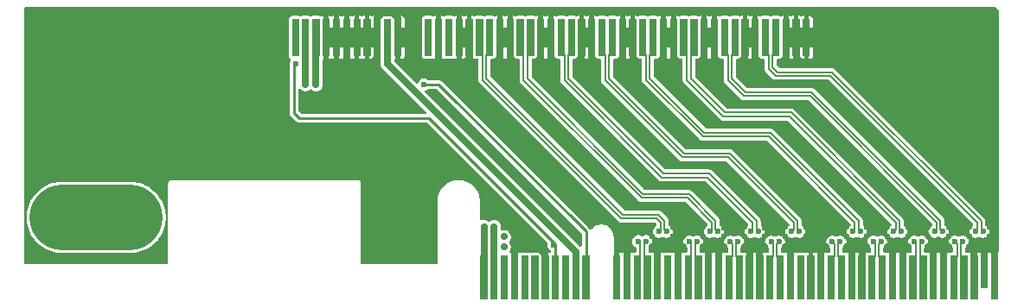
<source format=gtl>
G04 Layer: TopLayer*
G04 EasyEDA v6.4.25, 2021-10-11T08:22:16+08:00*
G04 810a2c9a40b449618898816b7f75cef1,119f753a6ce64b8d841f2ad33262ab0c,10*
G04 Gerber Generator version 0.2*
G04 Scale: 100 percent, Rotated: No, Reflected: No *
G04 Dimensions in millimeters *
G04 leading zeros omitted , absolute positions ,4 integer and 5 decimal *
%FSLAX45Y45*%
%MOMM*%

%ADD10C,0.2540*%
%ADD11C,0.2083*%
%ADD12C,0.7000*%
%ADD13C,0.5999*%
%ADD14C,6.4000*%

%LPD*%
G36*
X13446607Y-14699742D02*
G01*
X13442696Y-14698980D01*
X13439444Y-14696744D01*
X11924233Y-13181584D01*
X11921998Y-13178180D01*
X11921286Y-13174167D01*
X11922201Y-13170154D01*
X11924588Y-13166851D01*
X11928144Y-13164769D01*
X11936882Y-13161772D01*
X11945670Y-13156996D01*
X11952427Y-13151764D01*
X11955373Y-13150138D01*
X11958675Y-13149630D01*
X12034316Y-13149630D01*
X12038177Y-13150392D01*
X12041479Y-13152577D01*
X13453770Y-14564868D01*
X13456005Y-14568169D01*
X13456767Y-14572081D01*
X13456767Y-14689582D01*
X13456005Y-14693493D01*
X13453770Y-14696744D01*
X13450519Y-14698980D01*
G37*

%LPD*%
G36*
X8011668Y-14869058D02*
G01*
X8007756Y-14868296D01*
X8004505Y-14866061D01*
X8002270Y-14862810D01*
X8001508Y-14858898D01*
X8001508Y-12356033D01*
X8002270Y-12352121D01*
X8004505Y-12348870D01*
X8007756Y-12346635D01*
X8011668Y-12345873D01*
X17500041Y-12345873D01*
X17503902Y-12346635D01*
X17507204Y-12348870D01*
X17536058Y-12377724D01*
X17538293Y-12381026D01*
X17539055Y-12384887D01*
X17539055Y-14744293D01*
X17538293Y-14748205D01*
X17536058Y-14751456D01*
X17532807Y-14753691D01*
X17528895Y-14754453D01*
X17523815Y-14754453D01*
X17523815Y-14772640D01*
X17523053Y-14776551D01*
X17520818Y-14779802D01*
X17517567Y-14782038D01*
X17513655Y-14782800D01*
X17486274Y-14782800D01*
X17482362Y-14782038D01*
X17479111Y-14779802D01*
X17476876Y-14776551D01*
X17476114Y-14772640D01*
X17476114Y-14754453D01*
X17465446Y-14754453D01*
X17459045Y-14755063D01*
X17452898Y-14756942D01*
X17449952Y-14757400D01*
X17447006Y-14756942D01*
X17440910Y-14755063D01*
X17434458Y-14754453D01*
X17423841Y-14754453D01*
X17423841Y-14772640D01*
X17423028Y-14776551D01*
X17420844Y-14779802D01*
X17417542Y-14782038D01*
X17413681Y-14782800D01*
X17386300Y-14782800D01*
X17382388Y-14782038D01*
X17379086Y-14779802D01*
X17376902Y-14776551D01*
X17376140Y-14772640D01*
X17376140Y-14754453D01*
X17365472Y-14754453D01*
X17359020Y-14755063D01*
X17352924Y-14756942D01*
X17349978Y-14757400D01*
X17347031Y-14756942D01*
X17340884Y-14755063D01*
X17334484Y-14754453D01*
X17323816Y-14754453D01*
X17323816Y-14772640D01*
X17323054Y-14776551D01*
X17320818Y-14779802D01*
X17317567Y-14782038D01*
X17313656Y-14782800D01*
X17286274Y-14782800D01*
X17282363Y-14782038D01*
X17279112Y-14779802D01*
X17276876Y-14776551D01*
X17276114Y-14772640D01*
X17276114Y-14754453D01*
X17265446Y-14754453D01*
X17259046Y-14755063D01*
X17252899Y-14756942D01*
X17249952Y-14757400D01*
X17247006Y-14756942D01*
X17240910Y-14755063D01*
X17234458Y-14754453D01*
X17219574Y-14754453D01*
X17215662Y-14753691D01*
X17212360Y-14751456D01*
X17210176Y-14748205D01*
X17209414Y-14744293D01*
X17209414Y-14713000D01*
X17210024Y-14709444D01*
X17211903Y-14706346D01*
X17214697Y-14704060D01*
X17221149Y-14700554D01*
X17229023Y-14694458D01*
X17235779Y-14687092D01*
X17241266Y-14678761D01*
X17245279Y-14669566D01*
X17247717Y-14659914D01*
X17248530Y-14649957D01*
X17247717Y-14640001D01*
X17245279Y-14630349D01*
X17241266Y-14621154D01*
X17235779Y-14612823D01*
X17229023Y-14605457D01*
X17221149Y-14599361D01*
X17212360Y-14594586D01*
X17202912Y-14591334D01*
X17193056Y-14589709D01*
X17183100Y-14589709D01*
X17173244Y-14591334D01*
X17163796Y-14594586D01*
X17154804Y-14599462D01*
X17151654Y-14600529D01*
X17148302Y-14600529D01*
X17145152Y-14599462D01*
X17136160Y-14594586D01*
X17126712Y-14591334D01*
X17116856Y-14589709D01*
X17106849Y-14589709D01*
X17096994Y-14591334D01*
X17087545Y-14594586D01*
X17078756Y-14599361D01*
X17070882Y-14605457D01*
X17064126Y-14612823D01*
X17058690Y-14621154D01*
X17054677Y-14630349D01*
X17052188Y-14640001D01*
X17051375Y-14649957D01*
X17052188Y-14659914D01*
X17054677Y-14669566D01*
X17058690Y-14678761D01*
X17064126Y-14687092D01*
X17070882Y-14694458D01*
X17078756Y-14700554D01*
X17085208Y-14704060D01*
X17088053Y-14706346D01*
X17089882Y-14709444D01*
X17090542Y-14713000D01*
X17090542Y-14744293D01*
X17089780Y-14748205D01*
X17087545Y-14751456D01*
X17084294Y-14753691D01*
X17080382Y-14754453D01*
X17065447Y-14754453D01*
X17059046Y-14755063D01*
X17052899Y-14756942D01*
X17049953Y-14757400D01*
X17047006Y-14756942D01*
X17040910Y-14755063D01*
X17034459Y-14754453D01*
X17023842Y-14754453D01*
X17023842Y-14772640D01*
X17023029Y-14776551D01*
X17020844Y-14779802D01*
X17017542Y-14782038D01*
X17013682Y-14782800D01*
X16986300Y-14782800D01*
X16982389Y-14782038D01*
X16979087Y-14779802D01*
X16976902Y-14776551D01*
X16976140Y-14772640D01*
X16976140Y-14754453D01*
X16965472Y-14754453D01*
X16959021Y-14755063D01*
X16952925Y-14756942D01*
X16949978Y-14757400D01*
X16947032Y-14756942D01*
X16940885Y-14755063D01*
X16934484Y-14754453D01*
X16923816Y-14754453D01*
X16923816Y-14772640D01*
X16923054Y-14776551D01*
X16920819Y-14779802D01*
X16917568Y-14782038D01*
X16913656Y-14782800D01*
X16886275Y-14782800D01*
X16882364Y-14782038D01*
X16879112Y-14779802D01*
X16876877Y-14776551D01*
X16876115Y-14772640D01*
X16876115Y-14754453D01*
X16865447Y-14754453D01*
X16859046Y-14755063D01*
X16852900Y-14756942D01*
X16849953Y-14757400D01*
X16847007Y-14756942D01*
X16840911Y-14755063D01*
X16834459Y-14754453D01*
X16819575Y-14754453D01*
X16815663Y-14753691D01*
X16812361Y-14751456D01*
X16810177Y-14748205D01*
X16809415Y-14744293D01*
X16809415Y-14713000D01*
X16810024Y-14709444D01*
X16811904Y-14706346D01*
X16814698Y-14704060D01*
X16821150Y-14700554D01*
X16829024Y-14694458D01*
X16835780Y-14687092D01*
X16841266Y-14678761D01*
X16845280Y-14669566D01*
X16847718Y-14659914D01*
X16848531Y-14649957D01*
X16847718Y-14640001D01*
X16845280Y-14630349D01*
X16841266Y-14621154D01*
X16835780Y-14612823D01*
X16829024Y-14605457D01*
X16821150Y-14599361D01*
X16812361Y-14594586D01*
X16802912Y-14591334D01*
X16793057Y-14589709D01*
X16783100Y-14589709D01*
X16773245Y-14591334D01*
X16763796Y-14594586D01*
X16754805Y-14599462D01*
X16751655Y-14600529D01*
X16748302Y-14600529D01*
X16745153Y-14599462D01*
X16736161Y-14594586D01*
X16726712Y-14591334D01*
X16716857Y-14589709D01*
X16706850Y-14589709D01*
X16696994Y-14591334D01*
X16687546Y-14594586D01*
X16678757Y-14599361D01*
X16670883Y-14605457D01*
X16664127Y-14612823D01*
X16658691Y-14621154D01*
X16654678Y-14630349D01*
X16652189Y-14640001D01*
X16651376Y-14649957D01*
X16652189Y-14659914D01*
X16654678Y-14669566D01*
X16658691Y-14678761D01*
X16664127Y-14687092D01*
X16670883Y-14694458D01*
X16678757Y-14700554D01*
X16685209Y-14704060D01*
X16688054Y-14706346D01*
X16689882Y-14709444D01*
X16690543Y-14713000D01*
X16690543Y-14744293D01*
X16689781Y-14748205D01*
X16687546Y-14751456D01*
X16684294Y-14753691D01*
X16680383Y-14754453D01*
X16665448Y-14754453D01*
X16659047Y-14755063D01*
X16652900Y-14756942D01*
X16649954Y-14757400D01*
X16647007Y-14756942D01*
X16640911Y-14755063D01*
X16634460Y-14754453D01*
X16623842Y-14754453D01*
X16623842Y-14772640D01*
X16623030Y-14776551D01*
X16620845Y-14779802D01*
X16617543Y-14782038D01*
X16613682Y-14782800D01*
X16586301Y-14782800D01*
X16582390Y-14782038D01*
X16579088Y-14779802D01*
X16576903Y-14776551D01*
X16576141Y-14772640D01*
X16576141Y-14754453D01*
X16565473Y-14754453D01*
X16559022Y-14755063D01*
X16552926Y-14756942D01*
X16549979Y-14757400D01*
X16547033Y-14756942D01*
X16540886Y-14755063D01*
X16534485Y-14754453D01*
X16523817Y-14754453D01*
X16523817Y-14772640D01*
X16523055Y-14776551D01*
X16520820Y-14779802D01*
X16517569Y-14782038D01*
X16513657Y-14782800D01*
X16486276Y-14782800D01*
X16482364Y-14782038D01*
X16479113Y-14779802D01*
X16476878Y-14776551D01*
X16476116Y-14772640D01*
X16476116Y-14754453D01*
X16465448Y-14754453D01*
X16459047Y-14755063D01*
X16452900Y-14756942D01*
X16449954Y-14757400D01*
X16447007Y-14756942D01*
X16440912Y-14755063D01*
X16434460Y-14754453D01*
X16419576Y-14754453D01*
X16415664Y-14753691D01*
X16412362Y-14751456D01*
X16410178Y-14748205D01*
X16409416Y-14744293D01*
X16409416Y-14713000D01*
X16410025Y-14709444D01*
X16411905Y-14706346D01*
X16414699Y-14704060D01*
X16421150Y-14700554D01*
X16429024Y-14694458D01*
X16435781Y-14687092D01*
X16441267Y-14678761D01*
X16445280Y-14669566D01*
X16447719Y-14659914D01*
X16448532Y-14649957D01*
X16447719Y-14640001D01*
X16445280Y-14630349D01*
X16441267Y-14621154D01*
X16435781Y-14612823D01*
X16429024Y-14605457D01*
X16421150Y-14599361D01*
X16412362Y-14594586D01*
X16402913Y-14591334D01*
X16393058Y-14589709D01*
X16383101Y-14589709D01*
X16373246Y-14591334D01*
X16363797Y-14594586D01*
X16354806Y-14599462D01*
X16351656Y-14600529D01*
X16348303Y-14600529D01*
X16345154Y-14599462D01*
X16336162Y-14594586D01*
X16326713Y-14591334D01*
X16316858Y-14589709D01*
X16306850Y-14589709D01*
X16296995Y-14591334D01*
X16287546Y-14594586D01*
X16278758Y-14599361D01*
X16270884Y-14605457D01*
X16264128Y-14612823D01*
X16258692Y-14621154D01*
X16254679Y-14630349D01*
X16252190Y-14640001D01*
X16251377Y-14649957D01*
X16252190Y-14659914D01*
X16254679Y-14669566D01*
X16258692Y-14678761D01*
X16264128Y-14687092D01*
X16270884Y-14694458D01*
X16278758Y-14700554D01*
X16285210Y-14704060D01*
X16288054Y-14706346D01*
X16289883Y-14709444D01*
X16290544Y-14713000D01*
X16290544Y-14744293D01*
X16289782Y-14748205D01*
X16287546Y-14751456D01*
X16284295Y-14753691D01*
X16280384Y-14754453D01*
X16265448Y-14754453D01*
X16259048Y-14755063D01*
X16252901Y-14756942D01*
X16249954Y-14757400D01*
X16247008Y-14756942D01*
X16240912Y-14755063D01*
X16234460Y-14754453D01*
X16223843Y-14754453D01*
X16223843Y-14772640D01*
X16223030Y-14776551D01*
X16220846Y-14779802D01*
X16217544Y-14782038D01*
X16213683Y-14782800D01*
X16186302Y-14782800D01*
X16182390Y-14782038D01*
X16179088Y-14779802D01*
X16176904Y-14776551D01*
X16176142Y-14772640D01*
X16176142Y-14754453D01*
X16165474Y-14754453D01*
X16159022Y-14755063D01*
X16152926Y-14756942D01*
X16149980Y-14757400D01*
X16147034Y-14756942D01*
X16140887Y-14755063D01*
X16134486Y-14754453D01*
X16123818Y-14754453D01*
X16123818Y-14772640D01*
X16123056Y-14776551D01*
X16120821Y-14779802D01*
X16117569Y-14782038D01*
X16113658Y-14782800D01*
X16086277Y-14782800D01*
X16082365Y-14782038D01*
X16079114Y-14779802D01*
X16076879Y-14776551D01*
X16076117Y-14772640D01*
X16076117Y-14754453D01*
X16065449Y-14754453D01*
X16059048Y-14755063D01*
X16052901Y-14756942D01*
X16049955Y-14757400D01*
X16047008Y-14756942D01*
X16040912Y-14755063D01*
X16034461Y-14754453D01*
X16019576Y-14754453D01*
X16015665Y-14753691D01*
X16012363Y-14751456D01*
X16010178Y-14748205D01*
X16009416Y-14744293D01*
X16009416Y-14713000D01*
X16010026Y-14709444D01*
X16011906Y-14706346D01*
X16014700Y-14704060D01*
X16021151Y-14700554D01*
X16029025Y-14694458D01*
X16035782Y-14687092D01*
X16041268Y-14678761D01*
X16045281Y-14669566D01*
X16047719Y-14659914D01*
X16048532Y-14649957D01*
X16047719Y-14640001D01*
X16045281Y-14630349D01*
X16041268Y-14621154D01*
X16035782Y-14612823D01*
X16029025Y-14605457D01*
X16021151Y-14599361D01*
X16012363Y-14594586D01*
X16002914Y-14591334D01*
X15993059Y-14589709D01*
X15983102Y-14589709D01*
X15973247Y-14591334D01*
X15963798Y-14594586D01*
X15954806Y-14599462D01*
X15951657Y-14600529D01*
X15948304Y-14600529D01*
X15945154Y-14599462D01*
X15936163Y-14594586D01*
X15926714Y-14591334D01*
X15916859Y-14589709D01*
X15906851Y-14589709D01*
X15896996Y-14591334D01*
X15887547Y-14594586D01*
X15878759Y-14599361D01*
X15870885Y-14605457D01*
X15864128Y-14612823D01*
X15858693Y-14621154D01*
X15854680Y-14630349D01*
X15852190Y-14640001D01*
X15851378Y-14649957D01*
X15852190Y-14659914D01*
X15854680Y-14669566D01*
X15858693Y-14678761D01*
X15864128Y-14687092D01*
X15870885Y-14694458D01*
X15878759Y-14700554D01*
X15885210Y-14704060D01*
X15888055Y-14706346D01*
X15889884Y-14709444D01*
X15890544Y-14713000D01*
X15890544Y-14744293D01*
X15889782Y-14748205D01*
X15887547Y-14751456D01*
X15884296Y-14753691D01*
X15880384Y-14754453D01*
X15865449Y-14754453D01*
X15859048Y-14755063D01*
X15852901Y-14756942D01*
X15849955Y-14757400D01*
X15847009Y-14756942D01*
X15840913Y-14755063D01*
X15834461Y-14754453D01*
X15823844Y-14754453D01*
X15823844Y-14772640D01*
X15823031Y-14776551D01*
X15820847Y-14779802D01*
X15817545Y-14782038D01*
X15813684Y-14782800D01*
X15786303Y-14782800D01*
X15782391Y-14782038D01*
X15779089Y-14779802D01*
X15776905Y-14776551D01*
X15776143Y-14772640D01*
X15776143Y-14754453D01*
X15765475Y-14754453D01*
X15759023Y-14755063D01*
X15752927Y-14756942D01*
X15749981Y-14757400D01*
X15747034Y-14756942D01*
X15740888Y-14755063D01*
X15734487Y-14754453D01*
X15723819Y-14754453D01*
X15723819Y-14772640D01*
X15723057Y-14776551D01*
X15720822Y-14779802D01*
X15717570Y-14782038D01*
X15713659Y-14782800D01*
X15686278Y-14782800D01*
X15682366Y-14782038D01*
X15679115Y-14779802D01*
X15676880Y-14776551D01*
X15676118Y-14772640D01*
X15676118Y-14754453D01*
X15665450Y-14754453D01*
X15659049Y-14755063D01*
X15652902Y-14756942D01*
X15649956Y-14757400D01*
X15647009Y-14756942D01*
X15640913Y-14755063D01*
X15634462Y-14754453D01*
X15565475Y-14754453D01*
X15559024Y-14755063D01*
X15552928Y-14756942D01*
X15549981Y-14757400D01*
X15547035Y-14756942D01*
X15540888Y-14755063D01*
X15534487Y-14754453D01*
X15523819Y-14754453D01*
X15523819Y-14772640D01*
X15523057Y-14776551D01*
X15520822Y-14779802D01*
X15517571Y-14782038D01*
X15513659Y-14782800D01*
X15486278Y-14782800D01*
X15482366Y-14782038D01*
X15479115Y-14779802D01*
X15476880Y-14776551D01*
X15476118Y-14772640D01*
X15476118Y-14754453D01*
X15465450Y-14754453D01*
X15459049Y-14755063D01*
X15452902Y-14756942D01*
X15449956Y-14757400D01*
X15447010Y-14756942D01*
X15440913Y-14755063D01*
X15434462Y-14754453D01*
X15419578Y-14754453D01*
X15415666Y-14753691D01*
X15412364Y-14751456D01*
X15410180Y-14748205D01*
X15409418Y-14744293D01*
X15409418Y-14713000D01*
X15410027Y-14709444D01*
X15411907Y-14706346D01*
X15414701Y-14704060D01*
X15421152Y-14700554D01*
X15429026Y-14694458D01*
X15435783Y-14687092D01*
X15441269Y-14678761D01*
X15445282Y-14669566D01*
X15447721Y-14659914D01*
X15448534Y-14649957D01*
X15447721Y-14640001D01*
X15445282Y-14630349D01*
X15441269Y-14621154D01*
X15435783Y-14612823D01*
X15429026Y-14605457D01*
X15421152Y-14599361D01*
X15412364Y-14594586D01*
X15402915Y-14591334D01*
X15393060Y-14589709D01*
X15383103Y-14589709D01*
X15373248Y-14591334D01*
X15363799Y-14594586D01*
X15354807Y-14599462D01*
X15351658Y-14600529D01*
X15348305Y-14600529D01*
X15345156Y-14599462D01*
X15336164Y-14594586D01*
X15326715Y-14591334D01*
X15316860Y-14589709D01*
X15306852Y-14589709D01*
X15296997Y-14591334D01*
X15287548Y-14594586D01*
X15278760Y-14599361D01*
X15270886Y-14605457D01*
X15264130Y-14612823D01*
X15258694Y-14621154D01*
X15254681Y-14630349D01*
X15252192Y-14640001D01*
X15251379Y-14649957D01*
X15252192Y-14659914D01*
X15254681Y-14669566D01*
X15258694Y-14678761D01*
X15264130Y-14687092D01*
X15270886Y-14694458D01*
X15278760Y-14700554D01*
X15285212Y-14704060D01*
X15288056Y-14706346D01*
X15289885Y-14709444D01*
X15290546Y-14713000D01*
X15290546Y-14744293D01*
X15289784Y-14748205D01*
X15287548Y-14751456D01*
X15284297Y-14753691D01*
X15280386Y-14754453D01*
X15265450Y-14754453D01*
X15259050Y-14755063D01*
X15252903Y-14756942D01*
X15249956Y-14757400D01*
X15247010Y-14756942D01*
X15240914Y-14755063D01*
X15234462Y-14754453D01*
X15223845Y-14754453D01*
X15223845Y-14772640D01*
X15223032Y-14776551D01*
X15220848Y-14779802D01*
X15217546Y-14782038D01*
X15213685Y-14782800D01*
X15186304Y-14782800D01*
X15182392Y-14782038D01*
X15179090Y-14779802D01*
X15176906Y-14776551D01*
X15176144Y-14772640D01*
X15176144Y-14754453D01*
X15165476Y-14754453D01*
X15159024Y-14755063D01*
X15152928Y-14756942D01*
X15149982Y-14757400D01*
X15147036Y-14756942D01*
X15140889Y-14755063D01*
X15134488Y-14754453D01*
X15123820Y-14754453D01*
X15123820Y-14772640D01*
X15123058Y-14776551D01*
X15120823Y-14779802D01*
X15117572Y-14782038D01*
X15113660Y-14782800D01*
X15086279Y-14782800D01*
X15082367Y-14782038D01*
X15079116Y-14779802D01*
X15076881Y-14776551D01*
X15076119Y-14772640D01*
X15076119Y-14754453D01*
X15065451Y-14754453D01*
X15059050Y-14755063D01*
X15052903Y-14756942D01*
X15049957Y-14757400D01*
X15047010Y-14756942D01*
X15040914Y-14755063D01*
X15034463Y-14754453D01*
X15019578Y-14754453D01*
X15015667Y-14753691D01*
X15012365Y-14751456D01*
X15010180Y-14748205D01*
X15009418Y-14744293D01*
X15009418Y-14713000D01*
X15010028Y-14709444D01*
X15011907Y-14706346D01*
X15014701Y-14704060D01*
X15021153Y-14700554D01*
X15029027Y-14694458D01*
X15035784Y-14687092D01*
X15041270Y-14678761D01*
X15045283Y-14669566D01*
X15047722Y-14659914D01*
X15048534Y-14649957D01*
X15047722Y-14640001D01*
X15045283Y-14630349D01*
X15041270Y-14621154D01*
X15035784Y-14612823D01*
X15029027Y-14605457D01*
X15021153Y-14599361D01*
X15012365Y-14594586D01*
X15002916Y-14591334D01*
X14993061Y-14589709D01*
X14983104Y-14589709D01*
X14973249Y-14591334D01*
X14963800Y-14594586D01*
X14954808Y-14599462D01*
X14951659Y-14600529D01*
X14948306Y-14600529D01*
X14945156Y-14599462D01*
X14936165Y-14594586D01*
X14926716Y-14591334D01*
X14916861Y-14589709D01*
X14906853Y-14589709D01*
X14896998Y-14591334D01*
X14887549Y-14594586D01*
X14878761Y-14599361D01*
X14870887Y-14605457D01*
X14864130Y-14612823D01*
X14858695Y-14621154D01*
X14854682Y-14630349D01*
X14852192Y-14640001D01*
X14851380Y-14649957D01*
X14852192Y-14659914D01*
X14854682Y-14669566D01*
X14858695Y-14678761D01*
X14864130Y-14687092D01*
X14870887Y-14694458D01*
X14878761Y-14700554D01*
X14885212Y-14704060D01*
X14888057Y-14706346D01*
X14889886Y-14709444D01*
X14890546Y-14713000D01*
X14890546Y-14744293D01*
X14889784Y-14748205D01*
X14887549Y-14751456D01*
X14884298Y-14753691D01*
X14880386Y-14754453D01*
X14865451Y-14754453D01*
X14859050Y-14755063D01*
X14852904Y-14756942D01*
X14849957Y-14757400D01*
X14847011Y-14756942D01*
X14840915Y-14755063D01*
X14834463Y-14754453D01*
X14823846Y-14754453D01*
X14823846Y-14772640D01*
X14823033Y-14776551D01*
X14820849Y-14779802D01*
X14817547Y-14782038D01*
X14813686Y-14782800D01*
X14786305Y-14782800D01*
X14782393Y-14782038D01*
X14779091Y-14779802D01*
X14776907Y-14776551D01*
X14776145Y-14772640D01*
X14776145Y-14754453D01*
X14765477Y-14754453D01*
X14759025Y-14755063D01*
X14752929Y-14756942D01*
X14749983Y-14757400D01*
X14747036Y-14756942D01*
X14740890Y-14755063D01*
X14734489Y-14754453D01*
X14723821Y-14754453D01*
X14723821Y-14772640D01*
X14723059Y-14776551D01*
X14720824Y-14779802D01*
X14717572Y-14782038D01*
X14713661Y-14782800D01*
X14686280Y-14782800D01*
X14682368Y-14782038D01*
X14679117Y-14779802D01*
X14676882Y-14776551D01*
X14676119Y-14772640D01*
X14676119Y-14754453D01*
X14665451Y-14754453D01*
X14659051Y-14755063D01*
X14652904Y-14756942D01*
X14649957Y-14757400D01*
X14647011Y-14756942D01*
X14640915Y-14755063D01*
X14634463Y-14754453D01*
X14619579Y-14754453D01*
X14615668Y-14753691D01*
X14612366Y-14751456D01*
X14610181Y-14748205D01*
X14609419Y-14744293D01*
X14609419Y-14713000D01*
X14610029Y-14709444D01*
X14611908Y-14706346D01*
X14614702Y-14704060D01*
X14621154Y-14700554D01*
X14629028Y-14694458D01*
X14635784Y-14687092D01*
X14641271Y-14678761D01*
X14645284Y-14669566D01*
X14647722Y-14659914D01*
X14648535Y-14649957D01*
X14647722Y-14640001D01*
X14645284Y-14630349D01*
X14641271Y-14621154D01*
X14635784Y-14612823D01*
X14629028Y-14605457D01*
X14621154Y-14599361D01*
X14612366Y-14594586D01*
X14602917Y-14591334D01*
X14593062Y-14589709D01*
X14583105Y-14589709D01*
X14573250Y-14591334D01*
X14563801Y-14594586D01*
X14554809Y-14599462D01*
X14551660Y-14600529D01*
X14548307Y-14600529D01*
X14545157Y-14599462D01*
X14536166Y-14594586D01*
X14526717Y-14591334D01*
X14516862Y-14589709D01*
X14506854Y-14589709D01*
X14496999Y-14591334D01*
X14487550Y-14594586D01*
X14478762Y-14599361D01*
X14470888Y-14605457D01*
X14464131Y-14612823D01*
X14458696Y-14621154D01*
X14454682Y-14630349D01*
X14452193Y-14640001D01*
X14451380Y-14649957D01*
X14452193Y-14659914D01*
X14454682Y-14669566D01*
X14458696Y-14678761D01*
X14464131Y-14687092D01*
X14470888Y-14694458D01*
X14478762Y-14700554D01*
X14485213Y-14704060D01*
X14488058Y-14706346D01*
X14489887Y-14709444D01*
X14490547Y-14713000D01*
X14490547Y-14744293D01*
X14489785Y-14748205D01*
X14487550Y-14751456D01*
X14484299Y-14753691D01*
X14480387Y-14754453D01*
X14465452Y-14754453D01*
X14459051Y-14755063D01*
X14452904Y-14756942D01*
X14449958Y-14757400D01*
X14447012Y-14756942D01*
X14440916Y-14755063D01*
X14434464Y-14754453D01*
X14423847Y-14754453D01*
X14423847Y-14772640D01*
X14423034Y-14776551D01*
X14420850Y-14779802D01*
X14417548Y-14782038D01*
X14413687Y-14782800D01*
X14386306Y-14782800D01*
X14382394Y-14782038D01*
X14379092Y-14779802D01*
X14376907Y-14776551D01*
X14376146Y-14772640D01*
X14376146Y-14754453D01*
X14365478Y-14754453D01*
X14359026Y-14755063D01*
X14352930Y-14756942D01*
X14349984Y-14757400D01*
X14347037Y-14756942D01*
X14340890Y-14755063D01*
X14334490Y-14754453D01*
X14265452Y-14754453D01*
X14259051Y-14755063D01*
X14252905Y-14756942D01*
X14249958Y-14757400D01*
X14247012Y-14756942D01*
X14240916Y-14755063D01*
X14234464Y-14754453D01*
X14223847Y-14754453D01*
X14223847Y-14772640D01*
X14223034Y-14776551D01*
X14220850Y-14779802D01*
X14217548Y-14782038D01*
X14213687Y-14782800D01*
X14186306Y-14782800D01*
X14182394Y-14782038D01*
X14179092Y-14779802D01*
X14176908Y-14776551D01*
X14176146Y-14772640D01*
X14176146Y-14754453D01*
X14165478Y-14754453D01*
X14159026Y-14755063D01*
X14152930Y-14756942D01*
X14149984Y-14757400D01*
X14147038Y-14756942D01*
X14140891Y-14755063D01*
X14134490Y-14754453D01*
X14119555Y-14754453D01*
X14115643Y-14753691D01*
X14112392Y-14751456D01*
X14110157Y-14748205D01*
X14109395Y-14744293D01*
X14109395Y-14707006D01*
X14110055Y-14703450D01*
X14111884Y-14700351D01*
X14114729Y-14698116D01*
X14121180Y-14694611D01*
X14129054Y-14688464D01*
X14135811Y-14681149D01*
X14141246Y-14672767D01*
X14145260Y-14663623D01*
X14147749Y-14653920D01*
X14148562Y-14644014D01*
X14147749Y-14634057D01*
X14145260Y-14624354D01*
X14141246Y-14615210D01*
X14135811Y-14606828D01*
X14129054Y-14599513D01*
X14121180Y-14593366D01*
X14112392Y-14588591D01*
X14102943Y-14585391D01*
X14093088Y-14583714D01*
X14083080Y-14583714D01*
X14073225Y-14585391D01*
X14063776Y-14588591D01*
X14054785Y-14593468D01*
X14051635Y-14594586D01*
X14048282Y-14594586D01*
X14045133Y-14593468D01*
X14036141Y-14588591D01*
X14026692Y-14585391D01*
X14016837Y-14583714D01*
X14006880Y-14583714D01*
X13997025Y-14585391D01*
X13987576Y-14588591D01*
X13978788Y-14593366D01*
X13970914Y-14599513D01*
X13964157Y-14606828D01*
X13958671Y-14615210D01*
X13954658Y-14624354D01*
X13952219Y-14634057D01*
X13951407Y-14644014D01*
X13952219Y-14653920D01*
X13954658Y-14663623D01*
X13958671Y-14672767D01*
X13964157Y-14681149D01*
X13970914Y-14688464D01*
X13978788Y-14694611D01*
X13985240Y-14698116D01*
X13988034Y-14700351D01*
X13989913Y-14703450D01*
X13990574Y-14707006D01*
X13990574Y-14744293D01*
X13989761Y-14748205D01*
X13987576Y-14751456D01*
X13984274Y-14753691D01*
X13980413Y-14754453D01*
X13965478Y-14754453D01*
X13959027Y-14755063D01*
X13952931Y-14756942D01*
X13949984Y-14757400D01*
X13947038Y-14756942D01*
X13940891Y-14755063D01*
X13934490Y-14754453D01*
X13923822Y-14754453D01*
X13923822Y-14772640D01*
X13923060Y-14776551D01*
X13920825Y-14779802D01*
X13917574Y-14782038D01*
X13913662Y-14782800D01*
X13886281Y-14782800D01*
X13882369Y-14782038D01*
X13879118Y-14779802D01*
X13876883Y-14776551D01*
X13876121Y-14772640D01*
X13876121Y-14754453D01*
X13865453Y-14754453D01*
X13859052Y-14755063D01*
X13852906Y-14756942D01*
X13849959Y-14757400D01*
X13847013Y-14756942D01*
X13840917Y-14755063D01*
X13834465Y-14754453D01*
X13823848Y-14754453D01*
X13823848Y-14772640D01*
X13823035Y-14776551D01*
X13820851Y-14779802D01*
X13817549Y-14782038D01*
X13813688Y-14782800D01*
X13786307Y-14782800D01*
X13782395Y-14782038D01*
X13779093Y-14779802D01*
X13776909Y-14776551D01*
X13776147Y-14772640D01*
X13776147Y-14753183D01*
X13773353Y-14750897D01*
X13771524Y-14747798D01*
X13770914Y-14744293D01*
X13770914Y-14600326D01*
X13769848Y-14584832D01*
X13769289Y-14580666D01*
X13766495Y-14567966D01*
X13765326Y-14563902D01*
X13760754Y-14551710D01*
X13758976Y-14547850D01*
X13752779Y-14536419D01*
X13750493Y-14532863D01*
X13742669Y-14522450D01*
X13739876Y-14519249D01*
X13730681Y-14510054D01*
X13727480Y-14507260D01*
X13717066Y-14499488D01*
X13713510Y-14497202D01*
X13702080Y-14490954D01*
X13698219Y-14489176D01*
X13686028Y-14484654D01*
X13681963Y-14483435D01*
X13669263Y-14480692D01*
X13665047Y-14480082D01*
X13652093Y-14479117D01*
X13647877Y-14479117D01*
X13634872Y-14480082D01*
X13630656Y-14480692D01*
X13617956Y-14483435D01*
X13613892Y-14484654D01*
X13601700Y-14489176D01*
X13597839Y-14490954D01*
X13586409Y-14497202D01*
X13582853Y-14499488D01*
X13572439Y-14507260D01*
X13569238Y-14510054D01*
X13560044Y-14519249D01*
X13557250Y-14522450D01*
X13553236Y-14527834D01*
X13550239Y-14530527D01*
X13546429Y-14531848D01*
X13542416Y-14531543D01*
X13538809Y-14529765D01*
X13530173Y-14519097D01*
X12085777Y-13074700D01*
X12079122Y-13069722D01*
X12072010Y-13066166D01*
X12064339Y-13063982D01*
X12055957Y-13063219D01*
X11958675Y-13063219D01*
X11955373Y-13062661D01*
X11952427Y-13061035D01*
X11945670Y-13055803D01*
X11936882Y-13051028D01*
X11927433Y-13047776D01*
X11917578Y-13046151D01*
X11907621Y-13046151D01*
X11897766Y-13047776D01*
X11888317Y-13051028D01*
X11879529Y-13055803D01*
X11871655Y-13061899D01*
X11864898Y-13069265D01*
X11859412Y-13077596D01*
X11855399Y-13086791D01*
X11854535Y-13090144D01*
X11852656Y-13094004D01*
X11849404Y-13096697D01*
X11845290Y-13097814D01*
X11841073Y-13097154D01*
X11837517Y-13094868D01*
X11625072Y-12882422D01*
X11622887Y-12879120D01*
X11622125Y-12875260D01*
X11622125Y-12864693D01*
X11622887Y-12860782D01*
X11625072Y-12857480D01*
X11628374Y-12855295D01*
X11632742Y-12854533D01*
X11632742Y-12740386D01*
X11628374Y-12739573D01*
X11625072Y-12737388D01*
X11622887Y-12734086D01*
X11622125Y-12730226D01*
X11622125Y-12557810D01*
X11622887Y-12553950D01*
X11625072Y-12550648D01*
X11628374Y-12548463D01*
X11632742Y-12547650D01*
X11632742Y-12433503D01*
X11622074Y-12433503D01*
X11615674Y-12434112D01*
X11609527Y-12435992D01*
X11606580Y-12436449D01*
X11603634Y-12435992D01*
X11597538Y-12434112D01*
X11591086Y-12433503D01*
X11522100Y-12433503D01*
X11515648Y-12434112D01*
X11509552Y-12435992D01*
X11506606Y-12436449D01*
X11503660Y-12435992D01*
X11497513Y-12434112D01*
X11491112Y-12433503D01*
X11480444Y-12433503D01*
X11480444Y-12547650D01*
X11484813Y-12548463D01*
X11488115Y-12550648D01*
X11490299Y-12553950D01*
X11491112Y-12557810D01*
X11491112Y-12730226D01*
X11490299Y-12734086D01*
X11488115Y-12737388D01*
X11484813Y-12739573D01*
X11480444Y-12740386D01*
X11480444Y-12854533D01*
X11484813Y-12855295D01*
X11488115Y-12857480D01*
X11490299Y-12860782D01*
X11491112Y-12864693D01*
X11491112Y-12906197D01*
X11491925Y-12916814D01*
X11494312Y-12926822D01*
X11498275Y-12936321D01*
X11503609Y-12945059D01*
X11510568Y-12953187D01*
X11934291Y-13376910D01*
X11936476Y-13380212D01*
X11937288Y-13384123D01*
X11936476Y-13387984D01*
X11934291Y-13391286D01*
X11930989Y-13393470D01*
X11927128Y-13394283D01*
X10716361Y-13394283D01*
X10712500Y-13393470D01*
X10709198Y-13391286D01*
X10688777Y-13370864D01*
X10686592Y-13367562D01*
X10685830Y-13363701D01*
X10685830Y-13154964D01*
X10686592Y-13151002D01*
X10688929Y-13147649D01*
X10692333Y-13145465D01*
X10696346Y-13144804D01*
X10700258Y-13145769D01*
X10703509Y-13148157D01*
X10707624Y-13152729D01*
X10712551Y-13157200D01*
X10715294Y-13159333D01*
X10721238Y-13163194D01*
X10724032Y-13164718D01*
X10730839Y-13167715D01*
X10733481Y-13168630D01*
X10740948Y-13170611D01*
X10743488Y-13171068D01*
X10751159Y-13171830D01*
X10764164Y-13171068D01*
X10774121Y-13168680D01*
X10783671Y-13164718D01*
X10791037Y-13160349D01*
X10798860Y-13153948D01*
X10802061Y-13152170D01*
X10805668Y-13151662D01*
X10809173Y-13152424D01*
X10812272Y-13154355D01*
X10815320Y-13157250D01*
X10818012Y-13159333D01*
X10823956Y-13163194D01*
X10826750Y-13164718D01*
X10833506Y-13167715D01*
X10836198Y-13168630D01*
X10843666Y-13170611D01*
X10846054Y-13171068D01*
X10856620Y-13171881D01*
X10866831Y-13171068D01*
X10876838Y-13168680D01*
X10886338Y-13164718D01*
X10895126Y-13159333D01*
X10901934Y-13153644D01*
X10908944Y-13145719D01*
X10914583Y-13136829D01*
X10918698Y-13127126D01*
X10921238Y-13116915D01*
X10922101Y-13105993D01*
X10922101Y-12864693D01*
X10922863Y-12860782D01*
X10925098Y-12857480D01*
X10928350Y-12855295D01*
X10932769Y-12854533D01*
X10932769Y-12740386D01*
X10928350Y-12739573D01*
X10925098Y-12737388D01*
X10922863Y-12734086D01*
X10922101Y-12730226D01*
X10922101Y-12557810D01*
X10922863Y-12553950D01*
X10925098Y-12550648D01*
X10928350Y-12548463D01*
X10932769Y-12547650D01*
X10932769Y-12433503D01*
X10922101Y-12433503D01*
X10915650Y-12434112D01*
X10909554Y-12435992D01*
X10906607Y-12436449D01*
X10903661Y-12435992D01*
X10897514Y-12434112D01*
X10891113Y-12433503D01*
X10822076Y-12433503D01*
X10815675Y-12434112D01*
X10808970Y-12436144D01*
X10804448Y-12436602D01*
X10801502Y-12436144D01*
X10794847Y-12434112D01*
X10788396Y-12433503D01*
X10719409Y-12433503D01*
X10712958Y-12434112D01*
X10708182Y-12435586D01*
X10705236Y-12436043D01*
X10702290Y-12435586D01*
X10697514Y-12434112D01*
X10691114Y-12433503D01*
X10622076Y-12433503D01*
X10615676Y-12434112D01*
X10609935Y-12435890D01*
X10604652Y-12438684D01*
X10600080Y-12442494D01*
X10596270Y-12447066D01*
X10593476Y-12452350D01*
X10591698Y-12458090D01*
X10591088Y-12464491D01*
X10591088Y-12823494D01*
X10591698Y-12829946D01*
X10593476Y-12835636D01*
X10596270Y-12840919D01*
X10600080Y-12845542D01*
X10604652Y-12849301D01*
X10606735Y-12850418D01*
X10609630Y-12852755D01*
X10611510Y-12855905D01*
X10612120Y-12859562D01*
X10611408Y-12863169D01*
X10603433Y-12875209D01*
X10599420Y-12884404D01*
X10596930Y-12894056D01*
X10596118Y-12904012D01*
X10596930Y-12913969D01*
X10599064Y-12922351D01*
X10599420Y-12924891D01*
X10599420Y-13387425D01*
X10600588Y-13395706D01*
X10603128Y-13403224D01*
X10606989Y-13410184D01*
X10612374Y-13416686D01*
X10664901Y-13469162D01*
X10671556Y-13474141D01*
X10678668Y-13477697D01*
X10686338Y-13479881D01*
X10694720Y-13480694D01*
X11942165Y-13480694D01*
X11946026Y-13481456D01*
X11949328Y-13483640D01*
X13121690Y-14656003D01*
X13123722Y-14658848D01*
X13124637Y-14662200D01*
X13124383Y-14665706D01*
X13122960Y-14671243D01*
X13122148Y-14681200D01*
X13122960Y-14691156D01*
X13125399Y-14700808D01*
X13129412Y-14710003D01*
X13134898Y-14718334D01*
X13141655Y-14725700D01*
X13149529Y-14731796D01*
X13151459Y-14732863D01*
X13154253Y-14735098D01*
X13156133Y-14738248D01*
X13156742Y-14741804D01*
X13156742Y-14746173D01*
X13156082Y-14749881D01*
X13154050Y-14753082D01*
X13151053Y-14755317D01*
X13147395Y-14756333D01*
X13143636Y-14755926D01*
X13140893Y-14755063D01*
X13134492Y-14754453D01*
X13123824Y-14754453D01*
X13123824Y-14772640D01*
X13123062Y-14776551D01*
X13120827Y-14779802D01*
X13117576Y-14782038D01*
X13113664Y-14782800D01*
X13086283Y-14782800D01*
X13082371Y-14782038D01*
X13079120Y-14779802D01*
X13076885Y-14776551D01*
X13076123Y-14772640D01*
X13076123Y-14754453D01*
X13065455Y-14754453D01*
X13059054Y-14755063D01*
X13052907Y-14756942D01*
X13049961Y-14757400D01*
X13047014Y-14756942D01*
X13040918Y-14755063D01*
X13034467Y-14754453D01*
X12965480Y-14754453D01*
X12959029Y-14755063D01*
X12952933Y-14756942D01*
X12949986Y-14757400D01*
X12947040Y-14756942D01*
X12940893Y-14755063D01*
X12934492Y-14754453D01*
X12865455Y-14754453D01*
X12859054Y-14755063D01*
X12852908Y-14756942D01*
X12849961Y-14757400D01*
X12847015Y-14756942D01*
X12840919Y-14755063D01*
X12834467Y-14754453D01*
X12823850Y-14754453D01*
X12823850Y-14772640D01*
X12823037Y-14776551D01*
X12820853Y-14779802D01*
X12817551Y-14782038D01*
X12813690Y-14782800D01*
X12786309Y-14782800D01*
X12782397Y-14782038D01*
X12779095Y-14779802D01*
X12776911Y-14776551D01*
X12776149Y-14772640D01*
X12776149Y-14754453D01*
X12765481Y-14754453D01*
X12761925Y-14754809D01*
X12757454Y-14754250D01*
X12753695Y-14751812D01*
X12751308Y-14748001D01*
X12750850Y-14743480D01*
X12752324Y-14739264D01*
X12757962Y-14730374D01*
X12762077Y-14720722D01*
X12764617Y-14710460D01*
X12765430Y-14699996D01*
X12764617Y-14689480D01*
X12762077Y-14679218D01*
X12757962Y-14669566D01*
X12752324Y-14660626D01*
X12748818Y-14656714D01*
X12746939Y-14653564D01*
X12746278Y-14649957D01*
X12746939Y-14646351D01*
X12748818Y-14643252D01*
X12752324Y-14639290D01*
X12757962Y-14630400D01*
X12762077Y-14620697D01*
X12764617Y-14610486D01*
X12765430Y-14599970D01*
X12764617Y-14589455D01*
X12762077Y-14579244D01*
X12757962Y-14569541D01*
X12752324Y-14560651D01*
X12745313Y-14552726D01*
X12737185Y-14546072D01*
X12728041Y-14540839D01*
X12718186Y-14537080D01*
X12707874Y-14534997D01*
X12697358Y-14534540D01*
X12686893Y-14535810D01*
X12678460Y-14538248D01*
X12674752Y-14538604D01*
X12671145Y-14537588D01*
X12668148Y-14535353D01*
X12666167Y-14532152D01*
X12665506Y-14528495D01*
X12665506Y-14500351D01*
X12664643Y-14489734D01*
X12662255Y-14479727D01*
X12658293Y-14470227D01*
X12652959Y-14461540D01*
X12645288Y-14452701D01*
X12637160Y-14446097D01*
X12628067Y-14440814D01*
X12618110Y-14437055D01*
X12609982Y-14435226D01*
X12599771Y-14434464D01*
X12597536Y-14434515D01*
X12587020Y-14435734D01*
X12579604Y-14437715D01*
X12576911Y-14438680D01*
X12570104Y-14441678D01*
X12567361Y-14443201D01*
X12561570Y-14446910D01*
X12556540Y-14451177D01*
X12553492Y-14452955D01*
X12550038Y-14453565D01*
X12546584Y-14453006D01*
X12543536Y-14451279D01*
X12537186Y-14446097D01*
X12528042Y-14440814D01*
X12518085Y-14437055D01*
X12510008Y-14435226D01*
X12499746Y-14434464D01*
X12497511Y-14434515D01*
X12487046Y-14435734D01*
X12479731Y-14437664D01*
X12474702Y-14439646D01*
X12470841Y-14440306D01*
X12467031Y-14439493D01*
X12463780Y-14437258D01*
X12461646Y-14434007D01*
X12460884Y-14430146D01*
X12460884Y-14252752D01*
X12459868Y-14232229D01*
X12456617Y-14210690D01*
X12451130Y-14189557D01*
X12450165Y-14186611D01*
X12443460Y-14169136D01*
X12442190Y-14166291D01*
X12433706Y-14149628D01*
X12421971Y-14131239D01*
X12408357Y-14114221D01*
X12406274Y-14111884D01*
X12393066Y-14098676D01*
X12376200Y-14084807D01*
X12373711Y-14082979D01*
X12355322Y-14071244D01*
X12338659Y-14062760D01*
X12335814Y-14061490D01*
X12318339Y-14054785D01*
X12315393Y-14053819D01*
X12294260Y-14048333D01*
X12272721Y-14045082D01*
X12254026Y-14044117D01*
X12250928Y-14044117D01*
X12232233Y-14045082D01*
X12210694Y-14048333D01*
X12189561Y-14053819D01*
X12186615Y-14054785D01*
X12169140Y-14061490D01*
X12166295Y-14062760D01*
X12149632Y-14071244D01*
X12131243Y-14082979D01*
X12114225Y-14096593D01*
X12111888Y-14098676D01*
X12098680Y-14111884D01*
X12084812Y-14128750D01*
X12082983Y-14131239D01*
X12071248Y-14149628D01*
X12062764Y-14166291D01*
X12061494Y-14169136D01*
X12054789Y-14186611D01*
X12053824Y-14189557D01*
X12048337Y-14210690D01*
X12045086Y-14232229D01*
X12044070Y-14252752D01*
X12044070Y-14858898D01*
X12043308Y-14862810D01*
X12041073Y-14866061D01*
X12037822Y-14868296D01*
X12033910Y-14869058D01*
X11306048Y-14869058D01*
X11302136Y-14868296D01*
X11298885Y-14866061D01*
X11296650Y-14862810D01*
X11295888Y-14858898D01*
X11295888Y-14070584D01*
X11295075Y-14064081D01*
X11292992Y-14058544D01*
X11289436Y-14053413D01*
X11286439Y-14050365D01*
X11282832Y-14047724D01*
X11277295Y-14045234D01*
X11269827Y-14044066D01*
X9435592Y-14044066D01*
X9429089Y-14044879D01*
X9423552Y-14046962D01*
X9418421Y-14050518D01*
X9415373Y-14053515D01*
X9412732Y-14057122D01*
X9410242Y-14062659D01*
X9409074Y-14070126D01*
X9409074Y-14858898D01*
X9408312Y-14862810D01*
X9406077Y-14866061D01*
X9402826Y-14868296D01*
X9398914Y-14869058D01*
G37*

%LPC*%
G36*
X13480440Y-12854533D02*
G01*
X13491108Y-12854533D01*
X13497509Y-12853873D01*
X13503656Y-12852044D01*
X13506602Y-12851587D01*
X13509548Y-12852044D01*
X13515644Y-12853873D01*
X13522096Y-12854533D01*
X13532764Y-12854533D01*
X13532764Y-12740386D01*
X13480440Y-12740386D01*
G37*
G36*
X11080445Y-12547650D02*
G01*
X11132769Y-12547650D01*
X11132769Y-12433503D01*
X11122101Y-12433503D01*
X11115649Y-12434112D01*
X11109553Y-12435992D01*
X11106607Y-12436449D01*
X11103660Y-12435992D01*
X11097514Y-12434112D01*
X11091113Y-12433503D01*
X11080445Y-12433503D01*
G37*
G36*
X11280444Y-12547650D02*
G01*
X11332768Y-12547650D01*
X11332768Y-12433503D01*
X11322100Y-12433503D01*
X11315649Y-12434112D01*
X11309553Y-12435992D01*
X11306606Y-12436449D01*
X11303660Y-12435992D01*
X11297513Y-12434112D01*
X11291112Y-12433503D01*
X11280444Y-12433503D01*
G37*
G36*
X15580461Y-12547650D02*
G01*
X15632734Y-12547650D01*
X15632734Y-12433503D01*
X15622066Y-12433503D01*
X15615666Y-12434112D01*
X15609519Y-12435992D01*
X15606572Y-12436449D01*
X15603626Y-12435992D01*
X15597530Y-12434112D01*
X15591078Y-12433503D01*
X15580461Y-12433503D01*
G37*
G36*
X13480440Y-12547650D02*
G01*
X13532764Y-12547650D01*
X13532764Y-12433503D01*
X13522096Y-12433503D01*
X13515644Y-12434112D01*
X13509548Y-12435992D01*
X13506602Y-12436449D01*
X13503656Y-12435992D01*
X13497509Y-12434112D01*
X13491108Y-12433503D01*
X13480440Y-12433503D01*
G37*
G36*
X13080441Y-12547650D02*
G01*
X13132765Y-12547650D01*
X13132765Y-12433503D01*
X13122097Y-12433503D01*
X13115645Y-12434112D01*
X13109549Y-12435992D01*
X13106603Y-12436449D01*
X13103656Y-12435992D01*
X13097510Y-12434112D01*
X13091109Y-12433503D01*
X13080441Y-12433503D01*
G37*
G36*
X11380470Y-12547650D02*
G01*
X11432743Y-12547650D01*
X11432743Y-12433503D01*
X11422075Y-12433503D01*
X11415674Y-12434112D01*
X11409527Y-12435992D01*
X11406581Y-12436449D01*
X11403634Y-12435992D01*
X11397538Y-12434112D01*
X11391087Y-12433503D01*
X11380470Y-12433503D01*
G37*
G36*
X10980470Y-12547650D02*
G01*
X11032744Y-12547650D01*
X11032744Y-12433503D01*
X11022076Y-12433503D01*
X11015675Y-12434112D01*
X11009528Y-12435992D01*
X11006582Y-12436449D01*
X11003635Y-12435992D01*
X10997539Y-12434112D01*
X10991088Y-12433503D01*
X10980470Y-12433503D01*
G37*
G36*
X15080437Y-12547650D02*
G01*
X15132761Y-12547650D01*
X15132761Y-12433503D01*
X15122093Y-12433503D01*
X15115641Y-12434112D01*
X15109545Y-12435992D01*
X15106599Y-12436449D01*
X15103652Y-12435992D01*
X15097506Y-12434112D01*
X15091105Y-12433503D01*
X15080437Y-12433503D01*
G37*
G36*
X15480436Y-12547650D02*
G01*
X15532760Y-12547650D01*
X15532760Y-12433503D01*
X15522092Y-12433503D01*
X15515640Y-12434112D01*
X15509544Y-12435992D01*
X15506598Y-12436449D01*
X15503651Y-12435992D01*
X15497505Y-12434112D01*
X15491104Y-12433503D01*
X15480436Y-12433503D01*
G37*
G36*
X14680438Y-12547650D02*
G01*
X14732762Y-12547650D01*
X14732762Y-12433503D01*
X14722094Y-12433503D01*
X14715642Y-12434112D01*
X14709546Y-12435992D01*
X14706600Y-12436449D01*
X14703653Y-12435992D01*
X14697506Y-12434112D01*
X14691106Y-12433503D01*
X14680438Y-12433503D01*
G37*
G36*
X14280438Y-12547650D02*
G01*
X14332762Y-12547650D01*
X14332762Y-12433503D01*
X14322094Y-12433503D01*
X14315643Y-12434112D01*
X14309547Y-12435992D01*
X14306600Y-12436449D01*
X14303654Y-12435992D01*
X14297507Y-12434112D01*
X14291106Y-12433503D01*
X14280438Y-12433503D01*
G37*
G36*
X12280442Y-12547650D02*
G01*
X12332766Y-12547650D01*
X12332766Y-12433503D01*
X12322098Y-12433503D01*
X12315647Y-12434112D01*
X12309551Y-12435992D01*
X12306604Y-12436449D01*
X12303658Y-12435992D01*
X12297511Y-12434112D01*
X12291110Y-12433503D01*
X12280442Y-12433503D01*
G37*
G36*
X12680442Y-12547650D02*
G01*
X12732766Y-12547650D01*
X12732766Y-12433503D01*
X12722098Y-12433503D01*
X12715646Y-12434112D01*
X12709550Y-12435992D01*
X12706604Y-12436449D01*
X12703657Y-12435992D01*
X12697510Y-12434112D01*
X12691110Y-12433503D01*
X12680442Y-12433503D01*
G37*
G36*
X11180470Y-12547650D02*
G01*
X11232743Y-12547650D01*
X11232743Y-12433503D01*
X11222075Y-12433503D01*
X11215674Y-12434112D01*
X11209528Y-12435992D01*
X11206581Y-12436449D01*
X11203635Y-12435992D01*
X11197539Y-12434112D01*
X11191087Y-12433503D01*
X11180470Y-12433503D01*
G37*
G36*
X13880439Y-12547650D02*
G01*
X13932763Y-12547650D01*
X13932763Y-12433503D01*
X13922095Y-12433503D01*
X13915644Y-12434112D01*
X13909548Y-12435992D01*
X13906601Y-12436449D01*
X13903655Y-12435992D01*
X13897508Y-12434112D01*
X13891107Y-12433503D01*
X13880439Y-12433503D01*
G37*
G36*
X15680436Y-12547650D02*
G01*
X15722092Y-12547650D01*
X15722092Y-12464491D01*
X15721482Y-12458090D01*
X15719704Y-12452350D01*
X15716910Y-12447066D01*
X15713100Y-12442494D01*
X15708528Y-12438684D01*
X15703245Y-12435890D01*
X15697504Y-12434112D01*
X15691104Y-12433503D01*
X15680436Y-12433503D01*
G37*
G36*
X11680444Y-12547650D02*
G01*
X11722100Y-12547650D01*
X11722100Y-12464491D01*
X11721490Y-12458090D01*
X11719712Y-12452350D01*
X11716918Y-12447066D01*
X11713108Y-12442494D01*
X11708536Y-12438684D01*
X11703253Y-12435890D01*
X11697512Y-12434112D01*
X11691112Y-12433503D01*
X11680444Y-12433503D01*
G37*
G36*
X12080443Y-12854533D02*
G01*
X12091111Y-12854533D01*
X12097512Y-12853873D01*
X12103658Y-12852044D01*
X12106605Y-12851587D01*
X12109551Y-12852044D01*
X12115647Y-12853873D01*
X12122099Y-12854533D01*
X12191085Y-12854533D01*
X12197537Y-12853873D01*
X12203633Y-12852044D01*
X12206579Y-12851587D01*
X12209526Y-12852044D01*
X12215672Y-12853873D01*
X12222073Y-12854533D01*
X12232741Y-12854533D01*
X12232741Y-12740386D01*
X12228372Y-12739573D01*
X12225070Y-12737388D01*
X12222886Y-12734086D01*
X12222124Y-12730226D01*
X12222124Y-12557810D01*
X12222886Y-12553950D01*
X12225070Y-12550648D01*
X12228372Y-12548463D01*
X12232741Y-12547650D01*
X12232741Y-12433503D01*
X12222073Y-12433503D01*
X12215672Y-12434112D01*
X12209526Y-12435992D01*
X12206579Y-12436449D01*
X12203633Y-12435992D01*
X12197537Y-12434112D01*
X12191085Y-12433503D01*
X12122099Y-12433503D01*
X12115647Y-12434112D01*
X12109551Y-12435992D01*
X12106605Y-12436449D01*
X12103658Y-12435992D01*
X12097512Y-12434112D01*
X12091111Y-12433503D01*
X12080443Y-12433503D01*
X12080443Y-12547650D01*
X12084812Y-12548463D01*
X12088114Y-12550648D01*
X12090298Y-12553950D01*
X12091111Y-12557810D01*
X12091111Y-12730226D01*
X12090298Y-12734086D01*
X12088114Y-12737388D01*
X12084812Y-12739573D01*
X12080443Y-12740386D01*
G37*
G36*
X11922099Y-12854533D02*
G01*
X11991086Y-12854533D01*
X11997537Y-12853873D01*
X12003633Y-12852044D01*
X12006580Y-12851587D01*
X12009526Y-12852044D01*
X12015673Y-12853873D01*
X12022074Y-12854533D01*
X12032742Y-12854533D01*
X12032742Y-12740386D01*
X12028373Y-12739573D01*
X12025071Y-12737388D01*
X12022886Y-12734086D01*
X12022124Y-12730226D01*
X12022124Y-12557810D01*
X12022886Y-12553950D01*
X12025071Y-12550648D01*
X12028373Y-12548463D01*
X12032742Y-12547650D01*
X12032742Y-12433503D01*
X12022074Y-12433503D01*
X12015673Y-12434112D01*
X12009526Y-12435992D01*
X12006580Y-12436449D01*
X12003633Y-12435992D01*
X11997537Y-12434112D01*
X11991086Y-12433503D01*
X11922099Y-12433503D01*
X11915648Y-12434112D01*
X11909958Y-12435890D01*
X11904675Y-12438684D01*
X11900052Y-12442494D01*
X11896293Y-12447066D01*
X11893448Y-12452350D01*
X11891721Y-12458090D01*
X11891111Y-12464491D01*
X11891111Y-12823494D01*
X11891721Y-12829946D01*
X11893448Y-12835636D01*
X11896293Y-12840919D01*
X11900052Y-12845542D01*
X11904675Y-12849301D01*
X11909958Y-12852146D01*
X11915648Y-12853873D01*
G37*
G36*
X12280442Y-12854533D02*
G01*
X12291110Y-12854533D01*
X12297511Y-12853873D01*
X12303658Y-12852044D01*
X12306604Y-12851587D01*
X12309551Y-12852044D01*
X12315647Y-12853873D01*
X12322098Y-12854533D01*
X12332766Y-12854533D01*
X12332766Y-12740386D01*
X12280442Y-12740386D01*
G37*
G36*
X12680442Y-12854533D02*
G01*
X12691110Y-12854533D01*
X12697510Y-12853873D01*
X12703657Y-12852044D01*
X12706604Y-12851587D01*
X12709550Y-12852044D01*
X12715646Y-12853873D01*
X12722098Y-12854533D01*
X12732766Y-12854533D01*
X12732766Y-12740386D01*
X12680442Y-12740386D01*
G37*
G36*
X10980470Y-12854533D02*
G01*
X10991088Y-12854533D01*
X10997539Y-12853873D01*
X11003635Y-12852044D01*
X11006582Y-12851587D01*
X11009528Y-12852044D01*
X11015675Y-12853873D01*
X11022076Y-12854533D01*
X11032744Y-12854533D01*
X11032744Y-12740386D01*
X10980470Y-12740386D01*
G37*
G36*
X8375192Y-14760498D02*
G01*
X9034830Y-14760498D01*
X9061196Y-14759482D01*
X9087256Y-14756587D01*
X9113012Y-14751710D01*
X9138310Y-14744903D01*
X9163050Y-14736267D01*
X9187078Y-14725751D01*
X9210243Y-14713508D01*
X9232442Y-14699589D01*
X9253524Y-14683994D01*
X9273387Y-14666925D01*
X9291929Y-14648383D01*
X9309049Y-14628520D01*
X9324594Y-14607438D01*
X9338564Y-14585238D01*
X9350806Y-14562074D01*
X9361271Y-14538045D01*
X9369907Y-14513306D01*
X9376714Y-14487956D01*
X9381591Y-14462201D01*
X9384538Y-14436191D01*
X9385503Y-14409978D01*
X9384538Y-14383766D01*
X9381591Y-14357756D01*
X9376714Y-14332000D01*
X9369907Y-14306651D01*
X9361271Y-14281912D01*
X9350806Y-14257883D01*
X9338564Y-14234718D01*
X9324594Y-14212519D01*
X9309049Y-14191437D01*
X9291929Y-14171574D01*
X9273387Y-14153032D01*
X9253524Y-14135963D01*
X9232442Y-14120368D01*
X9210243Y-14106448D01*
X9187078Y-14094206D01*
X9163050Y-14083690D01*
X9138310Y-14075054D01*
X9113012Y-14068247D01*
X9087256Y-14063370D01*
X9061196Y-14060474D01*
X9034830Y-14059458D01*
X8375192Y-14059458D01*
X8348827Y-14060474D01*
X8322767Y-14063370D01*
X8297011Y-14068247D01*
X8271713Y-14075054D01*
X8246973Y-14083690D01*
X8222945Y-14094206D01*
X8199729Y-14106448D01*
X8177580Y-14120368D01*
X8156448Y-14135963D01*
X8136585Y-14153032D01*
X8118043Y-14171574D01*
X8100974Y-14191437D01*
X8085429Y-14212519D01*
X8071459Y-14234718D01*
X8059216Y-14257883D01*
X8048752Y-14281912D01*
X8040065Y-14306651D01*
X8033308Y-14332000D01*
X8028431Y-14357756D01*
X8025485Y-14383766D01*
X8024520Y-14409978D01*
X8025485Y-14436191D01*
X8028431Y-14462201D01*
X8033308Y-14487956D01*
X8040065Y-14513306D01*
X8048752Y-14538045D01*
X8059216Y-14562074D01*
X8071459Y-14585238D01*
X8085429Y-14607438D01*
X8100974Y-14628520D01*
X8118043Y-14648383D01*
X8136585Y-14666925D01*
X8156448Y-14683994D01*
X8177580Y-14699589D01*
X8199729Y-14713508D01*
X8222945Y-14725751D01*
X8246973Y-14736267D01*
X8271713Y-14744903D01*
X8297011Y-14751710D01*
X8322767Y-14756587D01*
X8348827Y-14759482D01*
G37*
G36*
X15080437Y-12854533D02*
G01*
X15091105Y-12854533D01*
X15097506Y-12853873D01*
X15103652Y-12852044D01*
X15106599Y-12851587D01*
X15109545Y-12852044D01*
X15115641Y-12853873D01*
X15122093Y-12854533D01*
X15132761Y-12854533D01*
X15132761Y-12740386D01*
X15080437Y-12740386D01*
G37*
G36*
X15480436Y-12854533D02*
G01*
X15491104Y-12854533D01*
X15497505Y-12853873D01*
X15503651Y-12852044D01*
X15506598Y-12851587D01*
X15509544Y-12852044D01*
X15515640Y-12853873D01*
X15522092Y-12854533D01*
X15532760Y-12854533D01*
X15532760Y-12740386D01*
X15480436Y-12740386D01*
G37*
G36*
X11380470Y-12854533D02*
G01*
X11391087Y-12854533D01*
X11397538Y-12853873D01*
X11403634Y-12852044D01*
X11406581Y-12851587D01*
X11409527Y-12852044D01*
X11415674Y-12853873D01*
X11422075Y-12854533D01*
X11432743Y-12854533D01*
X11432743Y-12740386D01*
X11380470Y-12740386D01*
G37*
G36*
X14280438Y-12854533D02*
G01*
X14291106Y-12854533D01*
X14297507Y-12853873D01*
X14303654Y-12852044D01*
X14306600Y-12851587D01*
X14309547Y-12852044D01*
X14315643Y-12853873D01*
X14322094Y-12854533D01*
X14332762Y-12854533D01*
X14332762Y-12740386D01*
X14280438Y-12740386D01*
G37*
G36*
X13080441Y-12854533D02*
G01*
X13091109Y-12854533D01*
X13097510Y-12853873D01*
X13103656Y-12852044D01*
X13106603Y-12851587D01*
X13109549Y-12852044D01*
X13115645Y-12853873D01*
X13122097Y-12854533D01*
X13132765Y-12854533D01*
X13132765Y-12740386D01*
X13080441Y-12740386D01*
G37*
G36*
X14680438Y-12854533D02*
G01*
X14691106Y-12854533D01*
X14697506Y-12853873D01*
X14703653Y-12852044D01*
X14706600Y-12851587D01*
X14709546Y-12852044D01*
X14715642Y-12853873D01*
X14722094Y-12854533D01*
X14732762Y-12854533D01*
X14732762Y-12740386D01*
X14680438Y-12740386D01*
G37*
G36*
X11280444Y-12854533D02*
G01*
X11291112Y-12854533D01*
X11297513Y-12853873D01*
X11303660Y-12852044D01*
X11306606Y-12851587D01*
X11309553Y-12852044D01*
X11315649Y-12853873D01*
X11322100Y-12854533D01*
X11332768Y-12854533D01*
X11332768Y-12740386D01*
X11280444Y-12740386D01*
G37*
G36*
X15580461Y-12854533D02*
G01*
X15591078Y-12854533D01*
X15597530Y-12853873D01*
X15603626Y-12852044D01*
X15606572Y-12851587D01*
X15609519Y-12852044D01*
X15615666Y-12853873D01*
X15622066Y-12854533D01*
X15632734Y-12854533D01*
X15632734Y-12740386D01*
X15580461Y-12740386D01*
G37*
G36*
X11080445Y-12854533D02*
G01*
X11091113Y-12854533D01*
X11097514Y-12853873D01*
X11103660Y-12852044D01*
X11106607Y-12851587D01*
X11109553Y-12852044D01*
X11115649Y-12853873D01*
X11122101Y-12854533D01*
X11132769Y-12854533D01*
X11132769Y-12740386D01*
X11080445Y-12740386D01*
G37*
G36*
X11180470Y-12854533D02*
G01*
X11191087Y-12854533D01*
X11197539Y-12853873D01*
X11203635Y-12852044D01*
X11206581Y-12851587D01*
X11209528Y-12852044D01*
X11215674Y-12853873D01*
X11222075Y-12854533D01*
X11232743Y-12854533D01*
X11232743Y-12740386D01*
X11180470Y-12740386D01*
G37*
G36*
X13880439Y-12854533D02*
G01*
X13891107Y-12854533D01*
X13897508Y-12853873D01*
X13903655Y-12852044D01*
X13906601Y-12851587D01*
X13909548Y-12852044D01*
X13915644Y-12853873D01*
X13922095Y-12854533D01*
X13932763Y-12854533D01*
X13932763Y-12740386D01*
X13880439Y-12740386D01*
G37*
G36*
X15680436Y-12854533D02*
G01*
X15691104Y-12854533D01*
X15697504Y-12853873D01*
X15703245Y-12852146D01*
X15708528Y-12849301D01*
X15713100Y-12845542D01*
X15716910Y-12840919D01*
X15719704Y-12835636D01*
X15721482Y-12829946D01*
X15722092Y-12823494D01*
X15722092Y-12740386D01*
X15680436Y-12740386D01*
G37*
G36*
X11680444Y-12854533D02*
G01*
X11691112Y-12854533D01*
X11697512Y-12853873D01*
X11703253Y-12852146D01*
X11708536Y-12849301D01*
X11713108Y-12845542D01*
X11716918Y-12840919D01*
X11719712Y-12835636D01*
X11721490Y-12829946D01*
X11722100Y-12823494D01*
X11722100Y-12740386D01*
X11680444Y-12740386D01*
G37*
G36*
X17306848Y-14610232D02*
G01*
X17316856Y-14610232D01*
X17326711Y-14608556D01*
X17336160Y-14605355D01*
X17345152Y-14600478D01*
X17348301Y-14599361D01*
X17351654Y-14599361D01*
X17354804Y-14600478D01*
X17363795Y-14605355D01*
X17373244Y-14608556D01*
X17383099Y-14610232D01*
X17393056Y-14610232D01*
X17402911Y-14608556D01*
X17412360Y-14605355D01*
X17421148Y-14600580D01*
X17429022Y-14594433D01*
X17435779Y-14587118D01*
X17441265Y-14578736D01*
X17445278Y-14569592D01*
X17447717Y-14559889D01*
X17448530Y-14549983D01*
X17447717Y-14540026D01*
X17445278Y-14530324D01*
X17441265Y-14521180D01*
X17435779Y-14512798D01*
X17429022Y-14505482D01*
X17421148Y-14499336D01*
X17414697Y-14495830D01*
X17411903Y-14493595D01*
X17410023Y-14490496D01*
X17409414Y-14486940D01*
X17409414Y-14447977D01*
X17408550Y-14439493D01*
X17406213Y-14431822D01*
X17402454Y-14424761D01*
X17397069Y-14418157D01*
X15935807Y-12956895D01*
X15929203Y-12951510D01*
X15922142Y-12947751D01*
X15914471Y-12945414D01*
X15905988Y-12944602D01*
X15394228Y-12944602D01*
X15390368Y-12943789D01*
X15387066Y-12941604D01*
X15368981Y-12923520D01*
X15366796Y-12920218D01*
X15366034Y-12916357D01*
X15366034Y-12864693D01*
X15366796Y-12860782D01*
X15368981Y-12857480D01*
X15372283Y-12855295D01*
X15376194Y-12854533D01*
X15391079Y-12854533D01*
X15397530Y-12853873D01*
X15403626Y-12852044D01*
X15406573Y-12851587D01*
X15409519Y-12852044D01*
X15415666Y-12853873D01*
X15422067Y-12854533D01*
X15432735Y-12854533D01*
X15432735Y-12740386D01*
X15428366Y-12739573D01*
X15425064Y-12737388D01*
X15422880Y-12734086D01*
X15422118Y-12730226D01*
X15422118Y-12557810D01*
X15422880Y-12553950D01*
X15425064Y-12550648D01*
X15428366Y-12548463D01*
X15432735Y-12547650D01*
X15432735Y-12433503D01*
X15422067Y-12433503D01*
X15415666Y-12434112D01*
X15409519Y-12435992D01*
X15406573Y-12436449D01*
X15403626Y-12435992D01*
X15397530Y-12434112D01*
X15391079Y-12433503D01*
X15322092Y-12433503D01*
X15315641Y-12434112D01*
X15309545Y-12435992D01*
X15306598Y-12436449D01*
X15303652Y-12435992D01*
X15297505Y-12434112D01*
X15291104Y-12433503D01*
X15222067Y-12433503D01*
X15215666Y-12434112D01*
X15209519Y-12435992D01*
X15206573Y-12436449D01*
X15203627Y-12435992D01*
X15197531Y-12434112D01*
X15191079Y-12433503D01*
X15180462Y-12433503D01*
X15180462Y-12547650D01*
X15184831Y-12548463D01*
X15188082Y-12550648D01*
X15190317Y-12553950D01*
X15191079Y-12557810D01*
X15191079Y-12730226D01*
X15190317Y-12734086D01*
X15188082Y-12737388D01*
X15184831Y-12739573D01*
X15180462Y-12740386D01*
X15180462Y-12854533D01*
X15191079Y-12854533D01*
X15197531Y-12853873D01*
X15203627Y-12852044D01*
X15206573Y-12851587D01*
X15209519Y-12852044D01*
X15215666Y-12853873D01*
X15222067Y-12854533D01*
X15237002Y-12854533D01*
X15240914Y-12855295D01*
X15244165Y-12857480D01*
X15246400Y-12860782D01*
X15247162Y-12864693D01*
X15247162Y-12950799D01*
X15247975Y-12959232D01*
X15250312Y-12966903D01*
X15254122Y-12973964D01*
X15259507Y-12980568D01*
X15326004Y-13047065D01*
X15332608Y-13052450D01*
X15339669Y-13056260D01*
X15347340Y-13058597D01*
X15355773Y-13059410D01*
X15871139Y-13059410D01*
X15875050Y-13060171D01*
X15878301Y-13062407D01*
X17287544Y-14471599D01*
X17289780Y-14474901D01*
X17290542Y-14478762D01*
X17290542Y-14486940D01*
X17289881Y-14490496D01*
X17288052Y-14493595D01*
X17285208Y-14495830D01*
X17278756Y-14499336D01*
X17270882Y-14505482D01*
X17264126Y-14512798D01*
X17258690Y-14521180D01*
X17254677Y-14530324D01*
X17252188Y-14540026D01*
X17251375Y-14549983D01*
X17252188Y-14559889D01*
X17254677Y-14569592D01*
X17258690Y-14578736D01*
X17264126Y-14587118D01*
X17270882Y-14594433D01*
X17278756Y-14600580D01*
X17287544Y-14605355D01*
X17296993Y-14608556D01*
G37*
G36*
X16106851Y-14610232D02*
G01*
X16116858Y-14610232D01*
X16126713Y-14608556D01*
X16136162Y-14605355D01*
X16145154Y-14600478D01*
X16148304Y-14599361D01*
X16151656Y-14599361D01*
X16154806Y-14600478D01*
X16163798Y-14605355D01*
X16173246Y-14608556D01*
X16183101Y-14610232D01*
X16193058Y-14610232D01*
X16202913Y-14608556D01*
X16212362Y-14605355D01*
X16221151Y-14600580D01*
X16229025Y-14594433D01*
X16235781Y-14587118D01*
X16241268Y-14578736D01*
X16245281Y-14569592D01*
X16247719Y-14559889D01*
X16248532Y-14549983D01*
X16247719Y-14540026D01*
X16245281Y-14530324D01*
X16241268Y-14521180D01*
X16235781Y-14512798D01*
X16229025Y-14505482D01*
X16221151Y-14499336D01*
X16214699Y-14495830D01*
X16211905Y-14493595D01*
X16210026Y-14490496D01*
X16209416Y-14486940D01*
X16209416Y-14442795D01*
X16208552Y-14434362D01*
X16206216Y-14426692D01*
X16202456Y-14419630D01*
X16197072Y-14413026D01*
X15336926Y-13552881D01*
X15330322Y-13547496D01*
X15323261Y-13543686D01*
X15315590Y-13541349D01*
X15307157Y-13540536D01*
X14678761Y-13540536D01*
X14674900Y-13539774D01*
X14671598Y-13537539D01*
X14168983Y-13034924D01*
X14166799Y-13031673D01*
X14166037Y-13027761D01*
X14166037Y-12864693D01*
X14166799Y-12860782D01*
X14168983Y-12857480D01*
X14172285Y-12855295D01*
X14176197Y-12854533D01*
X14191081Y-12854533D01*
X14197533Y-12853873D01*
X14203629Y-12852044D01*
X14206575Y-12851587D01*
X14209522Y-12852044D01*
X14215668Y-12853873D01*
X14222069Y-12854533D01*
X14232737Y-12854533D01*
X14232737Y-12740386D01*
X14228368Y-12739573D01*
X14225066Y-12737388D01*
X14222882Y-12734086D01*
X14222120Y-12730226D01*
X14222120Y-12557810D01*
X14222882Y-12553950D01*
X14225066Y-12550648D01*
X14228368Y-12548463D01*
X14232737Y-12547650D01*
X14232737Y-12433503D01*
X14222069Y-12433503D01*
X14215668Y-12434112D01*
X14209522Y-12435992D01*
X14206575Y-12436449D01*
X14203629Y-12435992D01*
X14197533Y-12434112D01*
X14191081Y-12433503D01*
X14122095Y-12433503D01*
X14115643Y-12434112D01*
X14109547Y-12435992D01*
X14106601Y-12436449D01*
X14103654Y-12435992D01*
X14097507Y-12434112D01*
X14091107Y-12433503D01*
X14022069Y-12433503D01*
X14015669Y-12434112D01*
X14009522Y-12435992D01*
X14006576Y-12436449D01*
X14003629Y-12435992D01*
X13997533Y-12434112D01*
X13991082Y-12433503D01*
X13980464Y-12433503D01*
X13980464Y-12547650D01*
X13984833Y-12548463D01*
X13988084Y-12550648D01*
X13990319Y-12553950D01*
X13991082Y-12557810D01*
X13991082Y-12730226D01*
X13990319Y-12734086D01*
X13988084Y-12737388D01*
X13984833Y-12739573D01*
X13980464Y-12740386D01*
X13980464Y-12854533D01*
X13991082Y-12854533D01*
X13997533Y-12853873D01*
X14003629Y-12852044D01*
X14006576Y-12851587D01*
X14009522Y-12852044D01*
X14015669Y-12853873D01*
X14022069Y-12854533D01*
X14037005Y-12854533D01*
X14040916Y-12855295D01*
X14044168Y-12857480D01*
X14046403Y-12860782D01*
X14047165Y-12864693D01*
X14047165Y-13063778D01*
X14047978Y-13072211D01*
X14050314Y-13079882D01*
X14054124Y-13086943D01*
X14059509Y-13093547D01*
X14613026Y-13647064D01*
X14619630Y-13652449D01*
X14626691Y-13656259D01*
X14634362Y-13658596D01*
X14642795Y-13659408D01*
X15271140Y-13659408D01*
X15275051Y-13660170D01*
X15278303Y-13662406D01*
X16087547Y-14471599D01*
X16089782Y-14474901D01*
X16090544Y-14478812D01*
X16090544Y-14486940D01*
X16089884Y-14490496D01*
X16088055Y-14493595D01*
X16085210Y-14495830D01*
X16078758Y-14499336D01*
X16070884Y-14505482D01*
X16064128Y-14512798D01*
X16058692Y-14521180D01*
X16054679Y-14530324D01*
X16052190Y-14540026D01*
X16051377Y-14549983D01*
X16052190Y-14559889D01*
X16054679Y-14569592D01*
X16058692Y-14578736D01*
X16064128Y-14587118D01*
X16070884Y-14594433D01*
X16078758Y-14600580D01*
X16087547Y-14605355D01*
X16096996Y-14608556D01*
G37*
G36*
X16506850Y-14610232D02*
G01*
X16516857Y-14610232D01*
X16526713Y-14608556D01*
X16536162Y-14605355D01*
X16545153Y-14600478D01*
X16548303Y-14599361D01*
X16551656Y-14599361D01*
X16554805Y-14600478D01*
X16563797Y-14605355D01*
X16573246Y-14608556D01*
X16583101Y-14610232D01*
X16593057Y-14610232D01*
X16602913Y-14608556D01*
X16612362Y-14605355D01*
X16621150Y-14600580D01*
X16629024Y-14594433D01*
X16635780Y-14587118D01*
X16641267Y-14578736D01*
X16645280Y-14569592D01*
X16647718Y-14559889D01*
X16648531Y-14549983D01*
X16647718Y-14540026D01*
X16645280Y-14530324D01*
X16641267Y-14521180D01*
X16635780Y-14512798D01*
X16629024Y-14505482D01*
X16621150Y-14499336D01*
X16614698Y-14495830D01*
X16611904Y-14493595D01*
X16610025Y-14490496D01*
X16609415Y-14486940D01*
X16609415Y-14442795D01*
X16608551Y-14434362D01*
X16606215Y-14426692D01*
X16602456Y-14419630D01*
X16597071Y-14413026D01*
X15536926Y-13352881D01*
X15530322Y-13347496D01*
X15523260Y-13343686D01*
X15515590Y-13341350D01*
X15507157Y-13340537D01*
X14878761Y-13340537D01*
X14874900Y-13339775D01*
X14871598Y-13337540D01*
X14568982Y-13034924D01*
X14566798Y-13031673D01*
X14566036Y-13027761D01*
X14566036Y-12864693D01*
X14566798Y-12860782D01*
X14568982Y-12857480D01*
X14572284Y-12855295D01*
X14576196Y-12854533D01*
X14591080Y-12854533D01*
X14597532Y-12853873D01*
X14603628Y-12852044D01*
X14606574Y-12851587D01*
X14609521Y-12852044D01*
X14615668Y-12853873D01*
X14622068Y-12854533D01*
X14632736Y-12854533D01*
X14632736Y-12740386D01*
X14628368Y-12739573D01*
X14625066Y-12737388D01*
X14622881Y-12734086D01*
X14622119Y-12730226D01*
X14622119Y-12557810D01*
X14622881Y-12553950D01*
X14625066Y-12550648D01*
X14628368Y-12548463D01*
X14632736Y-12547650D01*
X14632736Y-12433503D01*
X14622068Y-12433503D01*
X14615668Y-12434112D01*
X14609521Y-12435992D01*
X14606574Y-12436449D01*
X14603628Y-12435992D01*
X14597532Y-12434112D01*
X14591080Y-12433503D01*
X14522094Y-12433503D01*
X14515642Y-12434112D01*
X14509546Y-12435992D01*
X14506600Y-12436449D01*
X14503654Y-12435992D01*
X14497507Y-12434112D01*
X14491106Y-12433503D01*
X14422069Y-12433503D01*
X14415668Y-12434112D01*
X14409521Y-12435992D01*
X14406575Y-12436449D01*
X14403628Y-12435992D01*
X14397532Y-12434112D01*
X14391081Y-12433503D01*
X14380463Y-12433503D01*
X14380463Y-12547650D01*
X14384832Y-12548463D01*
X14388084Y-12550648D01*
X14390319Y-12553950D01*
X14391081Y-12557810D01*
X14391081Y-12730226D01*
X14390319Y-12734086D01*
X14388084Y-12737388D01*
X14384832Y-12739573D01*
X14380463Y-12740386D01*
X14380463Y-12854533D01*
X14391081Y-12854533D01*
X14397532Y-12853873D01*
X14403628Y-12852044D01*
X14406575Y-12851587D01*
X14409521Y-12852044D01*
X14415668Y-12853873D01*
X14422069Y-12854533D01*
X14437004Y-12854533D01*
X14440916Y-12855295D01*
X14444167Y-12857480D01*
X14446402Y-12860782D01*
X14447164Y-12864693D01*
X14447164Y-13063778D01*
X14447977Y-13072211D01*
X14450313Y-13079882D01*
X14454124Y-13086943D01*
X14459508Y-13093547D01*
X14813026Y-13447064D01*
X14819630Y-13452449D01*
X14826691Y-13456259D01*
X14834362Y-13458596D01*
X14842794Y-13459409D01*
X15471140Y-13459409D01*
X15475051Y-13460171D01*
X15478302Y-13462406D01*
X16487546Y-14471599D01*
X16489781Y-14474901D01*
X16490543Y-14478812D01*
X16490543Y-14486940D01*
X16489883Y-14490496D01*
X16488054Y-14493595D01*
X16485209Y-14495830D01*
X16478757Y-14499336D01*
X16470884Y-14505482D01*
X16464127Y-14512798D01*
X16458692Y-14521180D01*
X16454678Y-14530324D01*
X16452189Y-14540026D01*
X16451376Y-14549983D01*
X16452189Y-14559889D01*
X16454678Y-14569592D01*
X16458692Y-14578736D01*
X16464127Y-14587118D01*
X16470884Y-14594433D01*
X16478757Y-14600580D01*
X16487546Y-14605355D01*
X16496995Y-14608556D01*
G37*
G36*
X16906849Y-14610232D02*
G01*
X16916857Y-14610232D01*
X16926712Y-14608556D01*
X16936161Y-14605355D01*
X16945152Y-14600478D01*
X16948302Y-14599361D01*
X16951655Y-14599361D01*
X16954804Y-14600478D01*
X16963796Y-14605355D01*
X16973245Y-14608556D01*
X16983100Y-14610232D01*
X16993057Y-14610232D01*
X17002912Y-14608556D01*
X17012361Y-14605355D01*
X17021149Y-14600580D01*
X17029023Y-14594433D01*
X17035780Y-14587118D01*
X17041266Y-14578736D01*
X17045279Y-14569592D01*
X17047718Y-14559889D01*
X17048530Y-14549983D01*
X17047718Y-14540026D01*
X17045279Y-14530324D01*
X17041266Y-14521180D01*
X17035780Y-14512798D01*
X17029023Y-14505482D01*
X17021149Y-14499336D01*
X17014698Y-14495830D01*
X17011904Y-14493595D01*
X17010024Y-14490496D01*
X17009414Y-14486940D01*
X17009414Y-14442795D01*
X17008551Y-14434362D01*
X17006214Y-14426692D01*
X17002455Y-14419630D01*
X16997070Y-14413026D01*
X15736925Y-13152882D01*
X15730321Y-13147497D01*
X15723260Y-13143687D01*
X15715589Y-13141350D01*
X15707156Y-13140537D01*
X15078760Y-13140537D01*
X15074900Y-13139775D01*
X15071598Y-13137540D01*
X14968982Y-13034924D01*
X14966797Y-13031673D01*
X14966035Y-13027761D01*
X14966035Y-12864693D01*
X14966797Y-12860782D01*
X14968982Y-12857480D01*
X14972284Y-12855295D01*
X14976195Y-12854533D01*
X14991080Y-12854533D01*
X14997531Y-12853873D01*
X15003627Y-12852044D01*
X15006574Y-12851587D01*
X15009520Y-12852044D01*
X15015667Y-12853873D01*
X15022068Y-12854533D01*
X15032736Y-12854533D01*
X15032736Y-12740386D01*
X15028367Y-12739573D01*
X15025065Y-12737388D01*
X15022880Y-12734086D01*
X15022118Y-12730226D01*
X15022118Y-12557810D01*
X15022880Y-12553950D01*
X15025065Y-12550648D01*
X15028367Y-12548463D01*
X15032736Y-12547650D01*
X15032736Y-12433503D01*
X15022068Y-12433503D01*
X15015667Y-12434112D01*
X15009520Y-12435992D01*
X15006574Y-12436449D01*
X15003627Y-12435992D01*
X14997531Y-12434112D01*
X14991080Y-12433503D01*
X14922093Y-12433503D01*
X14915642Y-12434112D01*
X14909546Y-12435992D01*
X14906599Y-12436449D01*
X14903653Y-12435992D01*
X14897506Y-12434112D01*
X14891105Y-12433503D01*
X14822068Y-12433503D01*
X14815667Y-12434112D01*
X14809520Y-12435992D01*
X14806574Y-12436449D01*
X14803628Y-12435992D01*
X14797532Y-12434112D01*
X14791080Y-12433503D01*
X14780463Y-12433503D01*
X14780463Y-12547650D01*
X14784832Y-12548463D01*
X14788083Y-12550648D01*
X14790318Y-12553950D01*
X14791080Y-12557810D01*
X14791080Y-12730226D01*
X14790318Y-12734086D01*
X14788083Y-12737388D01*
X14784832Y-12739573D01*
X14780463Y-12740386D01*
X14780463Y-12854533D01*
X14791080Y-12854533D01*
X14797532Y-12853873D01*
X14803628Y-12852044D01*
X14806574Y-12851587D01*
X14809520Y-12852044D01*
X14815667Y-12853873D01*
X14822068Y-12854533D01*
X14837003Y-12854533D01*
X14840915Y-12855295D01*
X14844166Y-12857480D01*
X14846401Y-12860782D01*
X14847163Y-12864693D01*
X14847163Y-13063778D01*
X14847976Y-13072211D01*
X14850313Y-13079882D01*
X14854123Y-13086943D01*
X14859507Y-13093547D01*
X15013025Y-13247065D01*
X15019629Y-13252450D01*
X15026690Y-13256260D01*
X15034361Y-13258596D01*
X15042794Y-13259409D01*
X15671139Y-13259409D01*
X15675051Y-13260171D01*
X15678302Y-13262406D01*
X16887545Y-14471599D01*
X16889780Y-14474901D01*
X16890542Y-14478812D01*
X16890542Y-14486940D01*
X16889882Y-14490496D01*
X16888053Y-14493595D01*
X16885208Y-14495830D01*
X16878757Y-14499336D01*
X16870883Y-14505482D01*
X16864126Y-14512798D01*
X16858691Y-14521180D01*
X16854678Y-14530324D01*
X16852188Y-14540026D01*
X16851376Y-14549983D01*
X16852188Y-14559889D01*
X16854678Y-14569592D01*
X16858691Y-14578736D01*
X16864126Y-14587118D01*
X16870883Y-14594433D01*
X16878757Y-14600580D01*
X16887545Y-14605355D01*
X16896994Y-14608556D01*
G37*
G36*
X15106853Y-14610232D02*
G01*
X15116860Y-14610232D01*
X15126716Y-14608556D01*
X15136164Y-14605355D01*
X15145156Y-14600478D01*
X15148306Y-14599361D01*
X15151658Y-14599361D01*
X15154808Y-14600478D01*
X15163800Y-14605355D01*
X15173248Y-14608556D01*
X15183104Y-14610232D01*
X15193060Y-14610232D01*
X15202916Y-14608556D01*
X15212364Y-14605355D01*
X15221153Y-14600580D01*
X15229027Y-14594433D01*
X15235783Y-14587118D01*
X15241269Y-14578736D01*
X15245283Y-14569592D01*
X15247721Y-14559889D01*
X15248534Y-14549983D01*
X15247721Y-14540026D01*
X15245283Y-14530324D01*
X15241269Y-14521180D01*
X15235783Y-14512798D01*
X15229027Y-14505482D01*
X15221153Y-14499336D01*
X15214701Y-14495830D01*
X15211907Y-14493595D01*
X15210028Y-14490496D01*
X15209418Y-14486940D01*
X15209418Y-14442795D01*
X15208554Y-14434362D01*
X15206218Y-14426692D01*
X15202458Y-14419630D01*
X15197074Y-14413026D01*
X14736927Y-13952880D01*
X14730323Y-13947495D01*
X14723262Y-13943685D01*
X14715591Y-13941348D01*
X14707158Y-13940536D01*
X14278813Y-13940536D01*
X14274901Y-13939774D01*
X14271599Y-13937538D01*
X13368985Y-13034924D01*
X13366800Y-13031622D01*
X13366038Y-13027761D01*
X13366038Y-12864693D01*
X13366800Y-12860782D01*
X13368985Y-12857480D01*
X13372287Y-12855295D01*
X13376198Y-12854533D01*
X13391083Y-12854533D01*
X13397534Y-12853873D01*
X13403630Y-12852044D01*
X13406577Y-12851587D01*
X13409523Y-12852044D01*
X13415670Y-12853873D01*
X13422071Y-12854533D01*
X13432739Y-12854533D01*
X13432739Y-12740386D01*
X13428370Y-12739573D01*
X13425068Y-12737388D01*
X13422884Y-12734086D01*
X13422122Y-12730226D01*
X13422122Y-12557810D01*
X13422884Y-12553950D01*
X13425068Y-12550648D01*
X13428370Y-12548463D01*
X13432739Y-12547650D01*
X13432739Y-12433503D01*
X13422071Y-12433503D01*
X13415670Y-12434112D01*
X13409523Y-12435992D01*
X13406577Y-12436449D01*
X13403630Y-12435992D01*
X13397534Y-12434112D01*
X13391083Y-12433503D01*
X13322096Y-12433503D01*
X13315645Y-12434112D01*
X13309549Y-12435992D01*
X13306602Y-12436449D01*
X13303656Y-12435992D01*
X13297509Y-12434112D01*
X13291108Y-12433503D01*
X13222071Y-12433503D01*
X13215670Y-12434112D01*
X13209524Y-12435992D01*
X13206577Y-12436449D01*
X13203631Y-12435992D01*
X13197535Y-12434112D01*
X13191083Y-12433503D01*
X13180466Y-12433503D01*
X13180466Y-12547650D01*
X13184835Y-12548463D01*
X13188086Y-12550648D01*
X13190321Y-12553950D01*
X13191083Y-12557810D01*
X13191083Y-12730226D01*
X13190321Y-12734086D01*
X13188086Y-12737388D01*
X13184835Y-12739573D01*
X13180466Y-12740386D01*
X13180466Y-12854533D01*
X13191083Y-12854533D01*
X13197535Y-12853873D01*
X13203631Y-12852044D01*
X13206577Y-12851587D01*
X13209524Y-12852044D01*
X13215670Y-12853873D01*
X13222071Y-12854533D01*
X13237006Y-12854533D01*
X13240918Y-12855295D01*
X13244169Y-12857480D01*
X13246404Y-12860782D01*
X13247166Y-12864693D01*
X13247166Y-13063778D01*
X13247979Y-13072211D01*
X13250316Y-13079882D01*
X13254126Y-13086943D01*
X13259511Y-13093547D01*
X14213027Y-14047063D01*
X14219631Y-14052448D01*
X14226692Y-14056258D01*
X14234363Y-14058595D01*
X14242796Y-14059407D01*
X14671141Y-14059407D01*
X14675053Y-14060169D01*
X14678304Y-14062405D01*
X15087549Y-14471599D01*
X15089784Y-14474901D01*
X15090546Y-14478812D01*
X15090546Y-14486940D01*
X15089886Y-14490496D01*
X15088057Y-14493595D01*
X15085212Y-14495830D01*
X15078760Y-14499336D01*
X15070886Y-14505482D01*
X15064130Y-14512798D01*
X15058694Y-14521180D01*
X15054681Y-14530324D01*
X15052192Y-14540026D01*
X15051379Y-14549983D01*
X15052192Y-14559889D01*
X15054681Y-14569592D01*
X15058694Y-14578736D01*
X15064130Y-14587118D01*
X15070886Y-14594433D01*
X15078760Y-14600580D01*
X15087549Y-14605355D01*
X15096998Y-14608556D01*
G37*
G36*
X14706854Y-14610232D02*
G01*
X14716861Y-14610232D01*
X14726716Y-14608556D01*
X14736165Y-14605355D01*
X14745157Y-14600478D01*
X14748306Y-14599361D01*
X14751659Y-14599361D01*
X14754809Y-14600478D01*
X14763800Y-14605355D01*
X14773249Y-14608556D01*
X14783104Y-14610232D01*
X14793061Y-14610232D01*
X14802916Y-14608556D01*
X14812365Y-14605355D01*
X14821154Y-14600580D01*
X14829028Y-14594433D01*
X14835784Y-14587118D01*
X14841270Y-14578736D01*
X14845284Y-14569592D01*
X14847722Y-14559889D01*
X14848535Y-14549983D01*
X14847722Y-14540026D01*
X14845284Y-14530324D01*
X14841270Y-14521180D01*
X14835784Y-14512798D01*
X14829028Y-14505482D01*
X14821154Y-14499336D01*
X14814702Y-14495830D01*
X14811908Y-14493595D01*
X14810028Y-14490496D01*
X14809419Y-14486940D01*
X14809419Y-14442795D01*
X14808555Y-14434362D01*
X14806218Y-14426692D01*
X14802459Y-14419630D01*
X14797074Y-14413026D01*
X14536928Y-14152880D01*
X14530374Y-14147495D01*
X14523262Y-14143685D01*
X14515592Y-14141348D01*
X14507159Y-14140535D01*
X14078762Y-14140535D01*
X14074901Y-14139773D01*
X14071600Y-14137538D01*
X12968986Y-13034924D01*
X12966801Y-13031673D01*
X12966039Y-13027761D01*
X12966039Y-12864693D01*
X12966801Y-12860782D01*
X12968986Y-12857480D01*
X12972288Y-12855295D01*
X12976199Y-12854533D01*
X12991084Y-12854533D01*
X12997535Y-12853873D01*
X13003631Y-12852044D01*
X13006578Y-12851587D01*
X13009524Y-12852044D01*
X13015671Y-12853873D01*
X13022071Y-12854533D01*
X13032740Y-12854533D01*
X13032740Y-12740386D01*
X13028371Y-12739573D01*
X13025069Y-12737388D01*
X13022884Y-12734086D01*
X13022122Y-12730226D01*
X13022122Y-12557810D01*
X13022884Y-12553950D01*
X13025069Y-12550648D01*
X13028371Y-12548463D01*
X13032740Y-12547650D01*
X13032740Y-12433503D01*
X13022071Y-12433503D01*
X13015671Y-12434112D01*
X13009524Y-12435992D01*
X13006578Y-12436449D01*
X13003631Y-12435992D01*
X12997535Y-12434112D01*
X12991084Y-12433503D01*
X12922097Y-12433503D01*
X12915646Y-12434112D01*
X12909550Y-12435992D01*
X12906603Y-12436449D01*
X12903657Y-12435992D01*
X12897510Y-12434112D01*
X12891109Y-12433503D01*
X12822072Y-12433503D01*
X12815671Y-12434112D01*
X12809524Y-12435992D01*
X12806578Y-12436449D01*
X12803632Y-12435992D01*
X12797536Y-12434112D01*
X12791084Y-12433503D01*
X12780467Y-12433503D01*
X12780467Y-12547650D01*
X12784836Y-12548463D01*
X12788087Y-12550648D01*
X12790322Y-12553950D01*
X12791084Y-12557810D01*
X12791084Y-12730226D01*
X12790322Y-12734086D01*
X12788087Y-12737388D01*
X12784836Y-12739573D01*
X12780467Y-12740386D01*
X12780467Y-12854533D01*
X12791084Y-12854533D01*
X12797536Y-12853873D01*
X12803632Y-12852044D01*
X12806578Y-12851587D01*
X12809524Y-12852044D01*
X12815671Y-12853873D01*
X12822072Y-12854533D01*
X12837007Y-12854533D01*
X12840919Y-12855295D01*
X12844170Y-12857480D01*
X12846405Y-12860782D01*
X12847167Y-12864693D01*
X12847167Y-13063728D01*
X12847980Y-13072211D01*
X12850317Y-13079882D01*
X12854127Y-13086943D01*
X12859512Y-13093547D01*
X14013027Y-14247063D01*
X14019631Y-14252448D01*
X14026692Y-14256257D01*
X14034363Y-14258594D01*
X14042796Y-14259407D01*
X14471142Y-14259407D01*
X14475053Y-14260169D01*
X14478304Y-14262404D01*
X14687550Y-14471599D01*
X14689785Y-14474901D01*
X14690547Y-14478812D01*
X14690547Y-14486940D01*
X14689886Y-14490496D01*
X14688057Y-14493595D01*
X14685213Y-14495830D01*
X14678761Y-14499336D01*
X14670887Y-14505482D01*
X14664131Y-14512798D01*
X14658695Y-14521180D01*
X14654682Y-14530324D01*
X14652193Y-14540026D01*
X14651380Y-14549983D01*
X14652193Y-14559889D01*
X14654682Y-14569592D01*
X14658695Y-14578736D01*
X14664131Y-14587118D01*
X14670887Y-14594433D01*
X14678761Y-14600580D01*
X14687550Y-14605355D01*
X14696998Y-14608556D01*
G37*
G36*
X15506852Y-14610232D02*
G01*
X15516860Y-14610232D01*
X15526715Y-14608556D01*
X15536163Y-14605355D01*
X15545155Y-14600478D01*
X15548305Y-14599361D01*
X15551657Y-14599361D01*
X15554807Y-14600478D01*
X15563799Y-14605355D01*
X15573248Y-14608556D01*
X15583103Y-14610232D01*
X15593060Y-14610232D01*
X15602915Y-14608556D01*
X15612363Y-14605355D01*
X15621152Y-14600580D01*
X15629026Y-14594433D01*
X15635782Y-14587118D01*
X15641269Y-14578736D01*
X15645282Y-14569592D01*
X15647720Y-14559889D01*
X15648533Y-14549983D01*
X15647720Y-14540026D01*
X15645282Y-14530324D01*
X15641269Y-14521180D01*
X15635782Y-14512798D01*
X15629026Y-14505482D01*
X15621152Y-14499336D01*
X15614700Y-14495830D01*
X15611906Y-14493595D01*
X15610027Y-14490496D01*
X15609417Y-14486940D01*
X15609417Y-14442795D01*
X15608554Y-14434362D01*
X15606217Y-14426692D01*
X15602457Y-14419630D01*
X15597073Y-14413026D01*
X14936927Y-13752880D01*
X14930323Y-13747496D01*
X14923262Y-13743686D01*
X14915591Y-13741349D01*
X14907158Y-13740536D01*
X14478762Y-13740536D01*
X14474901Y-13739774D01*
X14471599Y-13737539D01*
X13768984Y-13034924D01*
X13766800Y-13031673D01*
X13766038Y-13027761D01*
X13766038Y-12864693D01*
X13766800Y-12860782D01*
X13768984Y-12857480D01*
X13772286Y-12855295D01*
X13776198Y-12854533D01*
X13791082Y-12854533D01*
X13797534Y-12853873D01*
X13803630Y-12852044D01*
X13806576Y-12851587D01*
X13809522Y-12852044D01*
X13815669Y-12853873D01*
X13822070Y-12854533D01*
X13832738Y-12854533D01*
X13832738Y-12740386D01*
X13828369Y-12739573D01*
X13825067Y-12737388D01*
X13822883Y-12734086D01*
X13822121Y-12730226D01*
X13822121Y-12557810D01*
X13822883Y-12553950D01*
X13825067Y-12550648D01*
X13828369Y-12548463D01*
X13832738Y-12547650D01*
X13832738Y-12433503D01*
X13822070Y-12433503D01*
X13815669Y-12434112D01*
X13809522Y-12435992D01*
X13806576Y-12436449D01*
X13803630Y-12435992D01*
X13797534Y-12434112D01*
X13791082Y-12433503D01*
X13722096Y-12433503D01*
X13715644Y-12434112D01*
X13709548Y-12435992D01*
X13706601Y-12436449D01*
X13703655Y-12435992D01*
X13697508Y-12434112D01*
X13691107Y-12433503D01*
X13622070Y-12433503D01*
X13615669Y-12434112D01*
X13609523Y-12435992D01*
X13606576Y-12436449D01*
X13603630Y-12435992D01*
X13597534Y-12434112D01*
X13591082Y-12433503D01*
X13580465Y-12433503D01*
X13580465Y-12547650D01*
X13584834Y-12548463D01*
X13588085Y-12550648D01*
X13590320Y-12553950D01*
X13591082Y-12557810D01*
X13591082Y-12730226D01*
X13590320Y-12734086D01*
X13588085Y-12737388D01*
X13584834Y-12739573D01*
X13580465Y-12740386D01*
X13580465Y-12854533D01*
X13591082Y-12854533D01*
X13597534Y-12853873D01*
X13603630Y-12852044D01*
X13606576Y-12851587D01*
X13609523Y-12852044D01*
X13615669Y-12853873D01*
X13622070Y-12854533D01*
X13637006Y-12854533D01*
X13640917Y-12855295D01*
X13644168Y-12857480D01*
X13646404Y-12860782D01*
X13647166Y-12864693D01*
X13647166Y-13063778D01*
X13647978Y-13072211D01*
X13650315Y-13079882D01*
X13654125Y-13086943D01*
X13659510Y-13093547D01*
X14413026Y-13847063D01*
X14419630Y-13852448D01*
X14426692Y-13856258D01*
X14434362Y-13858595D01*
X14442795Y-13859408D01*
X14871141Y-13859408D01*
X14875052Y-13860170D01*
X14878304Y-13862405D01*
X15487548Y-14471599D01*
X15489783Y-14474901D01*
X15490545Y-14478812D01*
X15490545Y-14486940D01*
X15489885Y-14490496D01*
X15488056Y-14493595D01*
X15485211Y-14495830D01*
X15478760Y-14499336D01*
X15470886Y-14505482D01*
X15464129Y-14512798D01*
X15458694Y-14521180D01*
X15454680Y-14530324D01*
X15452191Y-14540026D01*
X15451378Y-14549983D01*
X15452191Y-14559889D01*
X15454680Y-14569592D01*
X15458694Y-14578736D01*
X15464129Y-14587118D01*
X15470886Y-14594433D01*
X15478760Y-14600580D01*
X15487548Y-14605355D01*
X15496997Y-14608556D01*
G37*
G36*
X14206880Y-14610232D02*
G01*
X14216837Y-14610232D01*
X14226692Y-14608556D01*
X14236141Y-14605355D01*
X14245132Y-14600478D01*
X14248282Y-14599361D01*
X14251635Y-14599361D01*
X14254784Y-14600478D01*
X14263776Y-14605355D01*
X14273225Y-14608556D01*
X14283080Y-14610232D01*
X14293088Y-14610232D01*
X14302943Y-14608556D01*
X14312392Y-14605355D01*
X14321180Y-14600580D01*
X14329054Y-14594433D01*
X14335810Y-14587118D01*
X14341246Y-14578736D01*
X14345259Y-14569592D01*
X14347748Y-14559889D01*
X14348561Y-14549983D01*
X14347748Y-14540026D01*
X14345259Y-14530324D01*
X14341246Y-14521180D01*
X14335810Y-14512798D01*
X14329054Y-14505482D01*
X14321180Y-14499336D01*
X14314728Y-14495830D01*
X14311884Y-14493595D01*
X14310055Y-14490496D01*
X14309394Y-14486940D01*
X14309394Y-14442795D01*
X14308582Y-14434362D01*
X14306245Y-14426692D01*
X14302486Y-14419630D01*
X14297050Y-14413026D01*
X14236954Y-14352879D01*
X14230350Y-14347494D01*
X14223288Y-14343684D01*
X14215618Y-14341348D01*
X14207134Y-14340535D01*
X13878763Y-14340535D01*
X13874902Y-14339773D01*
X13871600Y-14337538D01*
X12568986Y-13034924D01*
X12566802Y-13031673D01*
X12566040Y-13027761D01*
X12566040Y-12864693D01*
X12566802Y-12860782D01*
X12568986Y-12857480D01*
X12572288Y-12855295D01*
X12576200Y-12854533D01*
X12591084Y-12854533D01*
X12597536Y-12853873D01*
X12603632Y-12852044D01*
X12606578Y-12851587D01*
X12609525Y-12852044D01*
X12615672Y-12853873D01*
X12622072Y-12854533D01*
X12632740Y-12854533D01*
X12632740Y-12740386D01*
X12628372Y-12739573D01*
X12625070Y-12737388D01*
X12622885Y-12734086D01*
X12622123Y-12730226D01*
X12622123Y-12557810D01*
X12622885Y-12553950D01*
X12625070Y-12550648D01*
X12628372Y-12548463D01*
X12632740Y-12547650D01*
X12632740Y-12433503D01*
X12622072Y-12433503D01*
X12615672Y-12434112D01*
X12609525Y-12435992D01*
X12606578Y-12436449D01*
X12603632Y-12435992D01*
X12597536Y-12434112D01*
X12591084Y-12433503D01*
X12522098Y-12433503D01*
X12515646Y-12434112D01*
X12509550Y-12435992D01*
X12506604Y-12436449D01*
X12503658Y-12435992D01*
X12497511Y-12434112D01*
X12491110Y-12433503D01*
X12422073Y-12433503D01*
X12415672Y-12434112D01*
X12409525Y-12435992D01*
X12406579Y-12436449D01*
X12403632Y-12435992D01*
X12397536Y-12434112D01*
X12391085Y-12433503D01*
X12380468Y-12433503D01*
X12380468Y-12547650D01*
X12384836Y-12548463D01*
X12388088Y-12550648D01*
X12390323Y-12553950D01*
X12391085Y-12557810D01*
X12391085Y-12730226D01*
X12390323Y-12734086D01*
X12388088Y-12737388D01*
X12384836Y-12739573D01*
X12380468Y-12740386D01*
X12380468Y-12854533D01*
X12391085Y-12854533D01*
X12397536Y-12853873D01*
X12403632Y-12852044D01*
X12406579Y-12851587D01*
X12409525Y-12852044D01*
X12415672Y-12853873D01*
X12422073Y-12854533D01*
X12437008Y-12854533D01*
X12440920Y-12855295D01*
X12444171Y-12857480D01*
X12446406Y-12860782D01*
X12447168Y-12864693D01*
X12447168Y-13063778D01*
X12447981Y-13072211D01*
X12450318Y-13079882D01*
X12454128Y-13086943D01*
X12459512Y-13093547D01*
X13813028Y-14447062D01*
X13819632Y-14452447D01*
X13826693Y-14456257D01*
X13834363Y-14458594D01*
X13842796Y-14459407D01*
X14171168Y-14459407D01*
X14175028Y-14460169D01*
X14178330Y-14462404D01*
X14187576Y-14471599D01*
X14189760Y-14474901D01*
X14190573Y-14478812D01*
X14190573Y-14486940D01*
X14189913Y-14490496D01*
X14188033Y-14493595D01*
X14185239Y-14495830D01*
X14178788Y-14499336D01*
X14170913Y-14505482D01*
X14164157Y-14512798D01*
X14158671Y-14521180D01*
X14154657Y-14530324D01*
X14152219Y-14540026D01*
X14151406Y-14549983D01*
X14152219Y-14559889D01*
X14154657Y-14569592D01*
X14158671Y-14578736D01*
X14164157Y-14587118D01*
X14170913Y-14594433D01*
X14178788Y-14600580D01*
X14187576Y-14605355D01*
X14197025Y-14608556D01*
G37*

%LPD*%
D11*
X17199965Y-14999969D02*
G01*
X17199965Y-14819960D01*
X17168469Y-14788489D01*
X17168469Y-14669566D01*
X17188078Y-14649957D01*
X17099965Y-14999969D02*
G01*
X17099965Y-14819960D01*
X17131461Y-14788489D01*
X17131461Y-14669566D01*
X17111853Y-14649957D01*
X16799966Y-14999969D02*
G01*
X16799966Y-14819960D01*
X16768470Y-14788489D01*
X16768470Y-14669566D01*
X16788079Y-14649957D01*
X16699966Y-14999969D02*
G01*
X16699966Y-14819960D01*
X16731462Y-14788489D01*
X16731462Y-14669566D01*
X16711853Y-14649957D01*
X16399967Y-14999969D02*
G01*
X16399967Y-14819960D01*
X16368471Y-14788489D01*
X16368471Y-14669566D01*
X16388080Y-14649957D01*
X16299967Y-14999969D02*
G01*
X16299967Y-14819960D01*
X16331463Y-14788489D01*
X16331463Y-14669566D01*
X16311854Y-14649957D01*
X15999968Y-14999969D02*
G01*
X15999968Y-14819960D01*
X15968472Y-14788489D01*
X15968472Y-14669566D01*
X15988080Y-14649957D01*
X15899968Y-14999969D02*
G01*
X15899968Y-14819960D01*
X15931464Y-14788489D01*
X15931464Y-14669566D01*
X15911855Y-14649957D01*
X15399969Y-14999969D02*
G01*
X15399969Y-14819960D01*
X15368473Y-14788489D01*
X15368473Y-14669566D01*
X15388082Y-14649957D01*
X15299969Y-14999969D02*
G01*
X15299969Y-14819960D01*
X15331465Y-14788489D01*
X15331465Y-14669566D01*
X15311856Y-14649957D01*
X14999969Y-14999969D02*
G01*
X14999969Y-14819960D01*
X14968474Y-14788489D01*
X14968474Y-14669566D01*
X14988082Y-14649957D01*
X14899970Y-14999969D02*
G01*
X14899970Y-14819960D01*
X14931466Y-14788489D01*
X14931466Y-14669566D01*
X14911857Y-14649957D01*
D12*
X17399965Y-14944979D02*
G01*
X17399965Y-14749957D01*
X17449952Y-14699970D01*
X17499965Y-14749957D01*
X17499965Y-14999969D01*
X12799974Y-14999969D02*
G01*
X12799974Y-14699970D01*
X13899972Y-14999969D02*
G01*
X13899972Y-14750465D01*
X13849731Y-14700224D01*
X17299965Y-14999969D02*
G01*
X17299965Y-14749957D01*
X17249952Y-14699970D01*
X16999966Y-14999969D02*
G01*
X16999966Y-14749957D01*
X17049978Y-14699970D01*
X16899966Y-14999969D02*
G01*
X16899966Y-14749957D01*
X16849979Y-14699970D01*
X16599966Y-14999969D02*
G01*
X16599966Y-14749957D01*
X16649954Y-14699970D01*
X16499967Y-14999969D02*
G01*
X16499967Y-14749957D01*
X16449954Y-14699970D01*
X16199967Y-14999969D02*
G01*
X16199967Y-14749957D01*
X16249954Y-14699970D01*
X16099967Y-14999969D02*
G01*
X16099967Y-14749957D01*
X16049980Y-14699970D01*
X15799968Y-14999969D02*
G01*
X15799968Y-14749957D01*
X15849955Y-14699970D01*
X15499969Y-14999969D02*
G01*
X15499969Y-14749957D01*
X15449956Y-14699970D01*
X15199969Y-14999969D02*
G01*
X15199969Y-14749957D01*
X15249956Y-14699970D01*
X15099969Y-14999969D02*
G01*
X15099969Y-14749957D01*
X15049982Y-14699970D01*
X14799970Y-14999969D02*
G01*
X14799970Y-14749957D01*
X14849957Y-14699970D01*
X14699970Y-14999969D02*
G01*
X14699970Y-14749957D01*
X14649957Y-14699970D01*
X14399971Y-14999969D02*
G01*
X14399971Y-14749957D01*
X14449958Y-14699970D01*
X14149984Y-14699970D02*
G01*
X14199971Y-14749957D01*
X14199971Y-14999969D01*
D11*
X14599970Y-14999969D02*
G01*
X14599970Y-14819960D01*
X14568474Y-14788489D01*
X14568474Y-14669566D01*
X14588083Y-14649957D01*
X14499971Y-14999969D02*
G01*
X14499971Y-14819960D01*
X14531467Y-14788489D01*
X14531467Y-14669566D01*
X14511858Y-14649957D01*
D10*
X13499973Y-14999969D02*
G01*
X13499973Y-14549958D01*
X12056414Y-13106400D01*
X11912600Y-13106400D01*
D11*
X13999972Y-14999969D02*
G01*
X13999972Y-14819960D01*
X14031468Y-14788489D01*
X14031468Y-14663572D01*
X14011859Y-14643988D01*
X14099971Y-14999969D02*
G01*
X14099971Y-14819960D01*
X14068475Y-14788489D01*
X14068475Y-14663572D01*
X14088084Y-14643988D01*
D12*
X12499975Y-14999969D02*
G01*
X12499975Y-14999969D01*
X12499975Y-14599970D01*
X12499975Y-14499971D01*
X12499975Y-14944979D02*
G01*
X12499975Y-14999969D01*
X12499975Y-14699970D02*
G01*
X12499975Y-14944979D01*
X12599974Y-14999969D02*
G01*
X12599974Y-14599970D01*
X12599974Y-14499971D01*
X11456593Y-12644018D02*
G01*
X11456593Y-12844881D01*
X11397462Y-12904012D01*
X11356594Y-12904012D01*
X11656593Y-12644018D02*
G01*
X11656593Y-12454001D01*
X11606580Y-12404013D01*
X11506581Y-12404013D01*
X11456593Y-12454001D01*
X11456593Y-12644018D01*
X12056592Y-12644018D02*
G01*
X12056592Y-12894005D01*
X11156594Y-12644018D02*
G01*
X11156594Y-12904012D01*
X15556585Y-12644018D02*
G01*
X15556585Y-12844018D01*
X15606572Y-12894005D01*
X15456585Y-12644018D02*
G01*
X15456585Y-12844018D01*
X15406573Y-12894005D01*
X15156586Y-12644018D02*
G01*
X15156586Y-12844018D01*
X15206599Y-12894005D01*
X15056586Y-12644018D02*
G01*
X15056586Y-12844018D01*
X15006574Y-12894005D01*
X14756587Y-12644018D02*
G01*
X14756587Y-12844018D01*
X14806574Y-12894005D01*
X14356588Y-12644018D02*
G01*
X14356588Y-12844018D01*
X14406575Y-12894005D01*
X14656587Y-12644018D02*
G01*
X14656587Y-12844018D01*
X14606574Y-12894005D01*
X14256588Y-12644018D02*
G01*
X14256588Y-12844018D01*
X14206601Y-12894005D01*
X13956588Y-12644018D02*
G01*
X13956588Y-12844018D01*
X14006576Y-12894005D01*
X13856588Y-12644018D02*
G01*
X13856588Y-12844018D01*
X13806576Y-12894005D01*
X13556589Y-12644018D02*
G01*
X13556589Y-12844018D01*
X13606576Y-12894005D01*
X13156590Y-12644018D02*
G01*
X13156590Y-12844018D01*
X13206603Y-12894005D01*
X13456589Y-12644018D02*
G01*
X13456589Y-12844018D01*
X13406602Y-12894005D01*
X13056590Y-12644018D02*
G01*
X13056590Y-12844018D01*
X13006578Y-12894005D01*
X12756591Y-12644018D02*
G01*
X12756591Y-12844018D01*
X12806578Y-12894005D01*
X12656591Y-12644018D02*
G01*
X12656591Y-12844018D01*
X12606578Y-12894005D01*
X12356592Y-12644018D02*
G01*
X12356592Y-12844018D01*
X12306579Y-12894005D01*
X11556593Y-12854000D02*
G01*
X11556593Y-12644018D01*
X10856595Y-13004012D02*
G01*
X10856595Y-12644018D01*
X10753897Y-12644018D02*
G01*
X10753897Y-13004012D01*
X10856597Y-13106400D02*
G01*
X10856597Y-13006400D01*
X10753897Y-13006400D02*
G01*
X10753897Y-13106400D01*
X13399973Y-14999969D02*
G01*
X13399973Y-14749957D01*
X11556593Y-12906578D01*
X11556593Y-12644018D01*
D11*
X14956586Y-12644018D02*
G01*
X14956586Y-12789001D01*
X14925090Y-12820497D01*
X14925090Y-13048919D01*
X15057628Y-13181457D01*
X16988078Y-14549958D02*
G01*
X16968470Y-14530374D01*
X16968470Y-14442313D01*
X15707639Y-13181457D01*
X15057628Y-13181457D01*
X14956917Y-13080746D01*
X14856587Y-12644018D02*
G01*
X14856587Y-12789001D01*
X14888082Y-12820497D01*
X14888082Y-13064261D01*
X15042311Y-13218490D01*
X15692297Y-13218490D01*
X16931462Y-14457629D01*
X16931462Y-14530374D01*
X16911853Y-14549958D01*
X14556587Y-12644018D02*
G01*
X14556587Y-12789001D01*
X14525091Y-12820497D01*
X14525091Y-13048919D01*
X14857628Y-13381456D01*
X15507639Y-13381456D01*
X16568470Y-14442313D01*
X16568470Y-14530374D01*
X16588079Y-14549958D01*
X14456587Y-12644018D02*
G01*
X14456587Y-12789001D01*
X14488083Y-12820497D01*
X14488083Y-13064261D01*
X14842312Y-13418489D01*
X15492298Y-13418489D01*
X16531463Y-14457629D01*
X16531463Y-14530374D01*
X16511854Y-14549958D01*
X14156588Y-12644018D02*
G01*
X14156588Y-12789001D01*
X14125092Y-12820497D01*
X14125092Y-13048919D01*
X14657628Y-13581456D01*
X15307640Y-13581456D01*
X16168471Y-14442313D01*
X16168471Y-14530374D01*
X16188080Y-14549958D01*
X14056588Y-12644018D02*
G01*
X14056588Y-12789001D01*
X14088084Y-12820497D01*
X14088084Y-13064261D01*
X14642312Y-13618489D01*
X15292298Y-13618489D01*
X16131463Y-14457629D01*
X16131463Y-14530374D01*
X16111855Y-14549958D01*
X13656589Y-12644018D02*
G01*
X13656589Y-12789001D01*
X13688085Y-12820497D01*
X13688085Y-13064261D01*
X14442313Y-13818488D01*
X14892299Y-13818488D01*
X15531465Y-14457629D01*
X15531465Y-14530374D01*
X15511856Y-14549958D01*
X13356590Y-12644018D02*
G01*
X13356590Y-12789001D01*
X13325094Y-12820497D01*
X13325094Y-13048894D01*
X14257629Y-13981455D01*
X14707641Y-13981455D01*
X15168473Y-14442313D01*
X15168473Y-14530374D01*
X15188082Y-14549958D01*
X13256590Y-12644018D02*
G01*
X13256590Y-12789001D01*
X13288086Y-12820497D01*
X13288086Y-13064261D01*
X14242313Y-14018488D01*
X14692299Y-14018488D01*
X15131465Y-14457629D01*
X15131465Y-14530374D01*
X15111857Y-14549958D01*
X12956590Y-12644018D02*
G01*
X12956590Y-12789001D01*
X12925094Y-12820497D01*
X12925094Y-13048919D01*
X14057630Y-14181455D01*
X14507641Y-14181455D01*
X14768474Y-14442313D01*
X14768474Y-14530374D01*
X14788083Y-14549958D01*
X12856591Y-12644018D02*
G01*
X12856591Y-12789001D01*
X12888087Y-12820497D01*
X12888087Y-13064236D01*
X14042313Y-14218488D01*
X14492300Y-14218488D01*
X14731466Y-14457629D01*
X14731466Y-14530374D01*
X14711857Y-14549958D01*
X12556591Y-12644018D02*
G01*
X12556591Y-12789001D01*
X12525095Y-12820497D01*
X12525095Y-13048919D01*
X13857630Y-14381454D01*
X14207642Y-14381454D01*
X14268475Y-14442313D01*
X14268475Y-14530374D01*
X14288084Y-14549958D01*
X12456591Y-12644018D02*
G01*
X12456591Y-12789001D01*
X12488087Y-12820497D01*
X12488087Y-13064261D01*
X13842314Y-14418487D01*
X14192300Y-14418487D01*
X14231467Y-14457629D01*
X14231467Y-14530374D01*
X14211858Y-14549958D01*
X13756589Y-12644018D02*
G01*
X13756589Y-12789001D01*
X13725093Y-12820497D01*
X13725093Y-13048919D01*
X14457629Y-13781455D01*
X14907641Y-13781455D01*
X15568472Y-14442313D01*
X15568472Y-14530374D01*
X15588081Y-14549958D01*
X15256586Y-12644018D02*
G01*
X15256586Y-12789001D01*
X15288082Y-12820497D01*
X15288082Y-12951282D01*
X15355290Y-13018490D01*
X15892297Y-13018490D01*
X17331461Y-14457629D01*
X17331461Y-14530374D01*
X17311852Y-14549958D01*
X15356586Y-12644018D02*
G01*
X15356586Y-12789001D01*
X15325090Y-12820497D01*
X15325090Y-12937490D01*
X15373096Y-12985496D01*
X15906496Y-12985496D01*
X17368469Y-14447469D01*
X17368469Y-14530374D01*
X17388078Y-14549958D01*
D12*
X13099973Y-14999969D02*
G01*
X13099973Y-14776373D01*
X12979400Y-14655800D01*
D10*
X10656595Y-12904012D02*
G01*
X10642600Y-12904012D01*
X10642600Y-13385800D01*
X10694263Y-13437463D01*
X11964263Y-13437463D01*
X13199973Y-14673173D01*
X13199973Y-14999969D01*
G36*
X10621594Y-12464008D02*
G01*
X10691596Y-12464008D01*
X10691596Y-12824002D01*
X10621594Y-12824002D01*
G37*
G36*
X10718896Y-12464008D02*
G01*
X10788898Y-12464008D01*
X10788898Y-12824002D01*
X10718896Y-12824002D01*
G37*
G36*
X10821593Y-12464008D02*
G01*
X10891596Y-12464008D01*
X10891596Y-12824002D01*
X10821593Y-12824002D01*
G37*
G36*
X10921593Y-12464008D02*
G01*
X10991596Y-12464008D01*
X10991596Y-12824002D01*
X10921593Y-12824002D01*
G37*
G36*
X11021593Y-12464008D02*
G01*
X11091595Y-12464008D01*
X11091595Y-12824002D01*
X11021593Y-12824002D01*
G37*
G36*
X11121593Y-12464008D02*
G01*
X11191595Y-12464008D01*
X11191595Y-12824002D01*
X11121593Y-12824002D01*
G37*
G36*
X11221593Y-12464008D02*
G01*
X11291595Y-12464008D01*
X11291595Y-12824002D01*
X11221593Y-12824002D01*
G37*
G36*
X11321592Y-12464008D02*
G01*
X11391595Y-12464008D01*
X11391595Y-12824002D01*
X11321592Y-12824002D01*
G37*
G36*
X11421592Y-12464008D02*
G01*
X11491595Y-12464008D01*
X11491595Y-12824002D01*
X11421592Y-12824002D01*
G37*
G36*
X11521592Y-12464008D02*
G01*
X11591594Y-12464008D01*
X11591594Y-12824002D01*
X11521592Y-12824002D01*
G37*
G36*
X11621592Y-12464008D02*
G01*
X11691594Y-12464008D01*
X11691594Y-12824002D01*
X11621592Y-12824002D01*
G37*
G36*
X11921591Y-12464008D02*
G01*
X11991594Y-12464008D01*
X11991594Y-12824002D01*
X11921591Y-12824002D01*
G37*
G36*
X12021591Y-12464008D02*
G01*
X12091593Y-12464008D01*
X12091593Y-12824002D01*
X12021591Y-12824002D01*
G37*
G36*
X12121591Y-12464008D02*
G01*
X12191593Y-12464008D01*
X12191593Y-12824002D01*
X12121591Y-12824002D01*
G37*
G36*
X12221591Y-12464008D02*
G01*
X12291593Y-12464008D01*
X12291593Y-12824002D01*
X12221591Y-12824002D01*
G37*
G36*
X12321590Y-12464008D02*
G01*
X12391593Y-12464008D01*
X12391593Y-12824002D01*
X12321590Y-12824002D01*
G37*
G36*
X12421590Y-12464008D02*
G01*
X12491593Y-12464008D01*
X12491593Y-12824002D01*
X12421590Y-12824002D01*
G37*
G36*
X12521590Y-12464008D02*
G01*
X12591592Y-12464008D01*
X12591592Y-12824002D01*
X12521590Y-12824002D01*
G37*
G36*
X12621590Y-12464008D02*
G01*
X12691592Y-12464008D01*
X12691592Y-12824002D01*
X12621590Y-12824002D01*
G37*
G36*
X12721590Y-12464008D02*
G01*
X12791592Y-12464008D01*
X12791592Y-12824002D01*
X12721590Y-12824002D01*
G37*
G36*
X12821589Y-12464008D02*
G01*
X12891592Y-12464008D01*
X12891592Y-12824002D01*
X12821589Y-12824002D01*
G37*
G36*
X12921589Y-12464008D02*
G01*
X12991592Y-12464008D01*
X12991592Y-12824002D01*
X12921589Y-12824002D01*
G37*
G36*
X13021589Y-12464008D02*
G01*
X13091591Y-12464008D01*
X13091591Y-12824002D01*
X13021589Y-12824002D01*
G37*
G36*
X13121589Y-12464008D02*
G01*
X13191591Y-12464008D01*
X13191591Y-12824002D01*
X13121589Y-12824002D01*
G37*
G36*
X13221588Y-12464008D02*
G01*
X13291591Y-12464008D01*
X13291591Y-12824002D01*
X13221588Y-12824002D01*
G37*
G36*
X13321588Y-12464008D02*
G01*
X13391591Y-12464008D01*
X13391591Y-12824002D01*
X13321588Y-12824002D01*
G37*
G36*
X13421588Y-12464008D02*
G01*
X13491591Y-12464008D01*
X13491591Y-12824002D01*
X13421588Y-12824002D01*
G37*
G36*
X13521588Y-12464008D02*
G01*
X13591590Y-12464008D01*
X13591590Y-12824002D01*
X13521588Y-12824002D01*
G37*
G36*
X13621588Y-12464008D02*
G01*
X13691590Y-12464008D01*
X13691590Y-12824002D01*
X13621588Y-12824002D01*
G37*
G36*
X13721588Y-12464008D02*
G01*
X13791590Y-12464008D01*
X13791590Y-12824002D01*
X13721588Y-12824002D01*
G37*
G36*
X13821587Y-12464008D02*
G01*
X13891590Y-12464008D01*
X13891590Y-12824002D01*
X13821587Y-12824002D01*
G37*
G36*
X13921587Y-12464008D02*
G01*
X13991590Y-12464008D01*
X13991590Y-12824002D01*
X13921587Y-12824002D01*
G37*
G36*
X14021587Y-12464008D02*
G01*
X14091589Y-12464008D01*
X14091589Y-12824002D01*
X14021587Y-12824002D01*
G37*
G36*
X14121587Y-12464008D02*
G01*
X14191589Y-12464008D01*
X14191589Y-12824002D01*
X14121587Y-12824002D01*
G37*
G36*
X14221587Y-12464008D02*
G01*
X14291589Y-12464008D01*
X14291589Y-12824002D01*
X14221587Y-12824002D01*
G37*
G36*
X14321586Y-12464008D02*
G01*
X14391589Y-12464008D01*
X14391589Y-12824002D01*
X14321586Y-12824002D01*
G37*
G36*
X14421586Y-12464008D02*
G01*
X14491588Y-12464008D01*
X14491588Y-12824002D01*
X14421586Y-12824002D01*
G37*
G36*
X14521586Y-12464008D02*
G01*
X14591588Y-12464008D01*
X14591588Y-12824002D01*
X14521586Y-12824002D01*
G37*
G36*
X14621586Y-12464008D02*
G01*
X14691588Y-12464008D01*
X14691588Y-12824002D01*
X14621586Y-12824002D01*
G37*
G36*
X14721586Y-12464008D02*
G01*
X14791588Y-12464008D01*
X14791588Y-12824002D01*
X14721586Y-12824002D01*
G37*
G36*
X14821585Y-12464008D02*
G01*
X14891588Y-12464008D01*
X14891588Y-12824002D01*
X14821585Y-12824002D01*
G37*
G36*
X14921585Y-12464008D02*
G01*
X14991588Y-12464008D01*
X14991588Y-12824002D01*
X14921585Y-12824002D01*
G37*
G36*
X15021585Y-12464008D02*
G01*
X15091587Y-12464008D01*
X15091587Y-12824002D01*
X15021585Y-12824002D01*
G37*
G36*
X15121585Y-12464008D02*
G01*
X15191587Y-12464008D01*
X15191587Y-12824002D01*
X15121585Y-12824002D01*
G37*
G36*
X15221585Y-12464008D02*
G01*
X15291587Y-12464008D01*
X15291587Y-12824002D01*
X15221585Y-12824002D01*
G37*
G36*
X15321584Y-12464008D02*
G01*
X15391587Y-12464008D01*
X15391587Y-12824002D01*
X15321584Y-12824002D01*
G37*
G36*
X15421584Y-12464008D02*
G01*
X15491587Y-12464008D01*
X15491587Y-12824002D01*
X15421584Y-12824002D01*
G37*
G36*
X15521584Y-12464008D02*
G01*
X15591586Y-12464008D01*
X15591586Y-12824002D01*
X15521584Y-12824002D01*
G37*
G36*
X15621584Y-12464008D02*
G01*
X15691586Y-12464008D01*
X15691586Y-12824002D01*
X15621584Y-12824002D01*
G37*
G36*
X17464963Y-14784959D02*
G01*
X17534966Y-14784959D01*
X17534966Y-15214981D01*
X17464963Y-15214981D01*
G37*
G36*
X17364964Y-14784959D02*
G01*
X17434966Y-14784959D01*
X17434966Y-15104973D01*
X17364964Y-15104973D01*
G37*
G36*
X17264964Y-14784959D02*
G01*
X17334966Y-14784959D01*
X17334966Y-15214981D01*
X17264964Y-15214981D01*
G37*
G36*
X17164964Y-14784959D02*
G01*
X17234966Y-14784959D01*
X17234966Y-15214981D01*
X17164964Y-15214981D01*
G37*
G36*
X17064964Y-14784959D02*
G01*
X17134967Y-14784959D01*
X17134967Y-15214981D01*
X17064964Y-15214981D01*
G37*
G36*
X16964964Y-14784959D02*
G01*
X17034967Y-14784959D01*
X17034967Y-15214981D01*
X16964964Y-15214981D01*
G37*
G36*
X16864965Y-14784959D02*
G01*
X16934967Y-14784959D01*
X16934967Y-15214981D01*
X16864965Y-15214981D01*
G37*
G36*
X16764965Y-14784959D02*
G01*
X16834967Y-14784959D01*
X16834967Y-15214981D01*
X16764965Y-15214981D01*
G37*
G36*
X16664965Y-14784959D02*
G01*
X16734967Y-14784959D01*
X16734967Y-15214981D01*
X16664965Y-15214981D01*
G37*
G36*
X16564965Y-14784959D02*
G01*
X16634968Y-14784959D01*
X16634968Y-15214981D01*
X16564965Y-15214981D01*
G37*
G36*
X16464965Y-14784959D02*
G01*
X16534968Y-14784959D01*
X16534968Y-15214981D01*
X16464965Y-15214981D01*
G37*
G36*
X16364966Y-14784959D02*
G01*
X16434968Y-14784959D01*
X16434968Y-15214981D01*
X16364966Y-15214981D01*
G37*
G36*
X16264966Y-14784959D02*
G01*
X16334968Y-14784959D01*
X16334968Y-15214981D01*
X16264966Y-15214981D01*
G37*
G36*
X16164966Y-14784959D02*
G01*
X16234968Y-14784959D01*
X16234968Y-15214981D01*
X16164966Y-15214981D01*
G37*
G36*
X16064966Y-14784959D02*
G01*
X16134969Y-14784959D01*
X16134969Y-15214981D01*
X16064966Y-15214981D01*
G37*
G36*
X15964966Y-14784959D02*
G01*
X16034969Y-14784959D01*
X16034969Y-15214981D01*
X15964966Y-15214981D01*
G37*
G36*
X15864967Y-14784959D02*
G01*
X15934969Y-14784959D01*
X15934969Y-15214981D01*
X15864967Y-15214981D01*
G37*
G36*
X15764967Y-14784959D02*
G01*
X15834969Y-14784959D01*
X15834969Y-15214981D01*
X15764967Y-15214981D01*
G37*
G36*
X15664967Y-14784959D02*
G01*
X15734969Y-14784959D01*
X15734969Y-15214981D01*
X15664967Y-15214981D01*
G37*
G36*
X15564967Y-14784959D02*
G01*
X15634969Y-14784959D01*
X15634969Y-15214981D01*
X15564967Y-15214981D01*
G37*
G36*
X15464967Y-14784959D02*
G01*
X15534970Y-14784959D01*
X15534970Y-15214981D01*
X15464967Y-15214981D01*
G37*
G36*
X15364968Y-14784959D02*
G01*
X15434970Y-14784959D01*
X15434970Y-15214981D01*
X15364968Y-15214981D01*
G37*
G36*
X15264968Y-14784959D02*
G01*
X15334970Y-14784959D01*
X15334970Y-15214981D01*
X15264968Y-15214981D01*
G37*
G36*
X15164968Y-14784959D02*
G01*
X15234970Y-14784959D01*
X15234970Y-15214981D01*
X15164968Y-15214981D01*
G37*
G36*
X15064968Y-14784959D02*
G01*
X15134971Y-14784959D01*
X15134971Y-15214981D01*
X15064968Y-15214981D01*
G37*
G36*
X14964968Y-14784959D02*
G01*
X15034971Y-14784959D01*
X15034971Y-15214981D01*
X14964968Y-15214981D01*
G37*
G36*
X14864969Y-14784959D02*
G01*
X14934971Y-14784959D01*
X14934971Y-15214981D01*
X14864969Y-15214981D01*
G37*
G36*
X14764969Y-14784959D02*
G01*
X14834971Y-14784959D01*
X14834971Y-15214981D01*
X14764969Y-15214981D01*
G37*
G36*
X14664969Y-14784959D02*
G01*
X14734971Y-14784959D01*
X14734971Y-15214981D01*
X14664969Y-15214981D01*
G37*
G36*
X14564969Y-14784959D02*
G01*
X14634972Y-14784959D01*
X14634972Y-15214981D01*
X14564969Y-15214981D01*
G37*
G36*
X14464969Y-14784959D02*
G01*
X14534972Y-14784959D01*
X14534972Y-15214981D01*
X14464969Y-15214981D01*
G37*
G36*
X12464973Y-14784959D02*
G01*
X12534976Y-14784959D01*
X12534976Y-15214981D01*
X12464973Y-15214981D01*
G37*
G36*
X12564973Y-14784959D02*
G01*
X12634976Y-14784959D01*
X12634976Y-15214981D01*
X12564973Y-15214981D01*
G37*
G36*
X12664973Y-14784959D02*
G01*
X12734975Y-14784959D01*
X12734975Y-15214981D01*
X12664973Y-15214981D01*
G37*
G36*
X12764973Y-14784959D02*
G01*
X12834975Y-14784959D01*
X12834975Y-15214981D01*
X12764973Y-15214981D01*
G37*
G36*
X12864973Y-14784959D02*
G01*
X12934975Y-14784959D01*
X12934975Y-15214981D01*
X12864973Y-15214981D01*
G37*
G36*
X12964972Y-14784959D02*
G01*
X13034975Y-14784959D01*
X13034975Y-15214981D01*
X12964972Y-15214981D01*
G37*
G36*
X13064972Y-14784959D02*
G01*
X13134975Y-14784959D01*
X13134975Y-15214981D01*
X13064972Y-15214981D01*
G37*
G36*
X13164972Y-14784959D02*
G01*
X13234974Y-14784959D01*
X13234974Y-15214981D01*
X13164972Y-15214981D01*
G37*
G36*
X13264972Y-14784959D02*
G01*
X13334974Y-14784959D01*
X13334974Y-15214981D01*
X13264972Y-15214981D01*
G37*
G36*
X13364972Y-14784959D02*
G01*
X13434974Y-14784959D01*
X13434974Y-15214981D01*
X13364972Y-15214981D01*
G37*
G36*
X13464971Y-14784959D02*
G01*
X13534974Y-14784959D01*
X13534974Y-15214981D01*
X13464971Y-15214981D01*
G37*
G36*
X13964970Y-14784959D02*
G01*
X14034973Y-14784959D01*
X14034973Y-15214981D01*
X13964970Y-15214981D01*
G37*
G36*
X14064970Y-14784959D02*
G01*
X14134973Y-14784959D01*
X14134973Y-15214981D01*
X14064970Y-15214981D01*
G37*
G36*
X14164970Y-14784959D02*
G01*
X14234972Y-14784959D01*
X14234972Y-15214981D01*
X14164970Y-15214981D01*
G37*
G36*
X14264970Y-14784959D02*
G01*
X14334972Y-14784959D01*
X14334972Y-15214981D01*
X14264970Y-15214981D01*
G37*
G36*
X14364969Y-14784959D02*
G01*
X14434972Y-14784959D01*
X14434972Y-15214981D01*
X14364969Y-15214981D01*
G37*
G36*
X13764971Y-14784959D02*
G01*
X13834973Y-14784959D01*
X13834973Y-15214981D01*
X13764971Y-15214981D01*
G37*
G36*
X13864971Y-14784959D02*
G01*
X13934973Y-14784959D01*
X13934973Y-15214981D01*
X13864971Y-15214981D01*
G37*
D13*
G01*
X14288084Y-14549958D03*
G01*
X14211858Y-14549958D03*
G01*
X13182600Y-14681200D03*
G01*
X10656595Y-12904012D03*
D12*
G01*
X12599974Y-14599970D03*
G01*
X12699974Y-14599970D03*
G01*
X12599974Y-14699970D03*
G01*
X12699974Y-14699970D03*
G01*
X10753902Y-13006400D03*
G01*
X10856595Y-13006400D03*
G01*
X10753902Y-12904012D03*
G01*
X10856595Y-12904012D03*
G01*
X10753902Y-13106400D03*
G01*
X10856595Y-13106400D03*
G01*
X12599974Y-14499971D03*
G01*
X12499975Y-14599970D03*
G01*
X12499975Y-14699970D03*
G01*
X12499975Y-14499971D03*
D13*
G01*
X14088084Y-14643988D03*
G01*
X14011859Y-14643988D03*
G01*
X11912600Y-13106400D03*
G01*
X14511858Y-14649957D03*
G01*
X14588083Y-14649957D03*
G01*
X14711857Y-14549958D03*
G01*
X14788083Y-14549958D03*
G01*
X17449952Y-14599970D03*
G01*
X17449952Y-14499971D03*
G01*
X14149984Y-14699970D03*
G01*
X14149984Y-14599970D03*
G01*
X14149984Y-14499971D03*
G01*
X14349958Y-14499971D03*
G01*
X14349958Y-14599970D03*
G01*
X14099971Y-14299971D03*
G01*
X14199971Y-14299971D03*
G01*
X14299971Y-14099971D03*
G01*
X14399971Y-14099971D03*
G01*
X14499971Y-13899972D03*
G01*
X14599970Y-13899972D03*
G01*
X14449958Y-14699970D03*
G01*
X14449958Y-14599970D03*
G01*
X14649957Y-14599970D03*
G01*
X14649957Y-14699970D03*
G01*
X14649957Y-14499971D03*
G01*
X14849957Y-14599970D03*
G01*
X14849957Y-14699970D03*
G01*
X15049982Y-14599970D03*
G01*
X15049982Y-14499971D03*
G01*
X15049982Y-14699970D03*
G01*
X15249956Y-14599970D03*
G01*
X15249956Y-14699970D03*
G01*
X15449956Y-14699970D03*
G01*
X15449956Y-14599970D03*
G01*
X15449956Y-14499971D03*
G01*
X15649956Y-14499971D03*
G01*
X15649956Y-14599970D03*
G01*
X15649956Y-14699970D03*
G01*
X15849955Y-14599970D03*
G01*
X15849955Y-14699970D03*
G01*
X16049980Y-14699970D03*
G01*
X16049980Y-14599970D03*
G01*
X16049980Y-14499971D03*
G01*
X16249954Y-14499971D03*
G01*
X16249954Y-14599970D03*
G01*
X16249954Y-14699970D03*
G01*
X16449954Y-14699970D03*
G01*
X16449954Y-14599970D03*
G01*
X16449954Y-14499971D03*
G01*
X16649954Y-14499971D03*
G01*
X16649954Y-14599970D03*
G01*
X16649954Y-14699970D03*
G01*
X16849979Y-14699970D03*
G01*
X16849979Y-14599970D03*
G01*
X16849979Y-14499971D03*
G01*
X17049978Y-14499971D03*
G01*
X17049978Y-14599970D03*
G01*
X17049978Y-14699970D03*
G01*
X17249952Y-14699970D03*
G01*
X17249952Y-14599970D03*
G01*
X17249952Y-14499971D03*
G01*
X14849957Y-14509978D03*
G01*
X15249956Y-14509978D03*
G01*
X13849731Y-14700224D03*
G01*
X15406573Y-12894005D03*
G01*
X15206599Y-12894005D03*
G01*
X15006574Y-12894005D03*
G01*
X14806574Y-12894005D03*
G01*
X14606574Y-12894005D03*
G01*
X14406575Y-12894005D03*
G01*
X14206601Y-12894005D03*
G01*
X14006576Y-12894005D03*
G01*
X13806576Y-12894005D03*
G01*
X13606576Y-12894005D03*
G01*
X13406602Y-12894005D03*
G01*
X13206603Y-12894005D03*
G01*
X13006578Y-12894005D03*
G01*
X12806578Y-12894005D03*
G01*
X12606578Y-12894005D03*
G01*
X12306579Y-12894005D03*
G01*
X15606572Y-12894005D03*
G01*
X12056592Y-12894005D03*
G01*
X16199967Y-13099973D03*
G01*
X12056592Y-13030200D03*
G01*
X12316612Y-13231012D03*
G01*
X12466599Y-13380999D03*
G01*
X12616611Y-13530986D03*
G01*
X12766598Y-13680998D03*
G01*
X12916611Y-13830985D03*
G01*
X13066623Y-13980998D03*
G01*
X13216610Y-14131010D03*
G01*
X13366597Y-14280997D03*
G01*
X13516610Y-14430984D03*
G01*
X15925800Y-12894005D03*
G01*
X15766186Y-12894005D03*
G01*
X14799970Y-13699972D03*
G01*
X14899970Y-13499973D03*
G01*
X14999969Y-13499973D03*
G01*
X15099969Y-13299973D03*
G01*
X15199969Y-13299973D03*
G01*
X15299969Y-13099973D03*
G01*
X15399969Y-13099973D03*
G01*
X14699970Y-13699972D03*
G01*
X12799974Y-14699970D03*
G01*
X12979400Y-14655800D03*
G01*
X11006582Y-12904012D03*
G01*
X11156594Y-12904012D03*
G01*
X11256594Y-12904012D03*
G01*
X11356594Y-12904012D03*
G01*
X13949984Y-14589963D03*
G01*
X11533200Y-13639800D03*
G01*
X11733199Y-13639800D03*
G01*
X11533200Y-13539800D03*
G01*
X11633200Y-13539800D03*
G01*
X11733199Y-13539800D03*
G01*
X11633200Y-13639800D03*
G01*
X12899974Y-14599970D03*
G01*
X12899974Y-14699970D03*
G01*
X11904345Y-12928600D03*
G01*
X11349964Y-13324967D03*
G01*
X11549989Y-13224967D03*
G01*
X11449964Y-13324967D03*
G01*
X11349964Y-13224967D03*
G01*
X11549989Y-13324967D03*
G01*
X11449964Y-13224967D03*
G01*
X17449952Y-14699970D03*
G01*
X11531600Y-13030200D03*
G01*
X11785600Y-12928600D03*
G01*
X12056592Y-13233400D03*
G01*
X12215012Y-13383387D03*
G01*
X17388078Y-14549958D03*
G01*
X17311852Y-14549958D03*
G01*
X16988078Y-14549958D03*
G01*
X16911853Y-14549958D03*
G01*
X14911857Y-14649957D03*
G01*
X14988082Y-14649957D03*
G01*
X15311856Y-14649957D03*
G01*
X15388082Y-14649957D03*
G01*
X15111857Y-14549958D03*
G01*
X15188082Y-14549958D03*
G01*
X15511856Y-14549958D03*
G01*
X15588081Y-14549958D03*
G01*
X15911855Y-14649957D03*
G01*
X15988080Y-14649957D03*
G01*
X16311854Y-14649957D03*
G01*
X16388080Y-14649957D03*
G01*
X16711853Y-14649957D03*
G01*
X16788079Y-14649957D03*
G01*
X17111853Y-14649957D03*
G01*
X17188078Y-14649957D03*
G01*
X16111855Y-14549958D03*
G01*
X16188080Y-14549958D03*
G01*
X16511854Y-14549958D03*
G01*
X16588079Y-14549958D03*
G01*
X11838787Y-13337387D03*
G01*
X12365024Y-13533348D03*
G01*
X12515037Y-13683310D03*
G01*
X12665049Y-13833271D03*
G01*
X12815062Y-13983233D03*
G01*
X12965074Y-14133194D03*
G01*
X13115086Y-14283156D03*
G01*
X13265099Y-14433118D03*
G01*
X13415111Y-14583079D03*
G01*
X16049980Y-12949961D03*
G01*
X16349954Y-13249986D03*
G01*
X16499941Y-13399998D03*
G01*
X16649928Y-13550011D03*
G01*
X16799915Y-13700023D03*
G01*
X16949902Y-13850035D03*
G01*
X17099889Y-14000048D03*
G01*
X17249876Y-14150060D03*
G01*
X17399863Y-14300073D03*
G01*
X15062200Y-13817600D03*
G01*
X15212187Y-13967612D03*
G01*
X15362174Y-14117624D03*
G01*
X15512161Y-14267637D03*
G01*
X15662148Y-14417649D03*
G01*
X15265400Y-13716000D03*
G01*
X15415387Y-13866012D03*
G01*
X15565374Y-14016024D03*
G01*
X15715361Y-14166037D03*
G01*
X15865348Y-14316049D03*
G01*
X12606578Y-12979400D03*
G01*
X12306579Y-13030200D03*
G01*
X12806578Y-12979400D03*
G01*
X13006578Y-12979400D03*
G01*
X13206603Y-12979400D03*
G01*
X13406602Y-12979400D03*
G01*
X13606576Y-12979400D03*
G01*
X13806576Y-12979400D03*
G01*
X14006576Y-12979400D03*
G01*
X14206601Y-12979400D03*
G01*
X14406575Y-12979400D03*
G01*
X14606574Y-12979400D03*
G01*
X14806574Y-12979400D03*
G01*
X15006574Y-12979400D03*
G01*
X15206599Y-12979400D03*
G01*
X15748000Y-14639594D03*
G01*
X15748000Y-14554200D03*
G01*
X13949984Y-14504568D03*
G01*
X11685600Y-14351000D03*
G01*
X11785600Y-14251000D03*
G01*
X11685600Y-14251000D03*
G01*
X11585600Y-14251000D03*
G01*
X11785600Y-14351000D03*
G01*
X11585600Y-14351000D03*
G01*
X11585600Y-14450999D03*
G01*
X11785600Y-14450999D03*
G01*
X11685600Y-14450999D03*
G01*
X9321800Y-14782800D03*
G01*
X8077200Y-14782800D03*
G01*
X12827000Y-14579600D03*
G01*
X17173600Y-12471400D03*
G01*
X17173600Y-12571399D03*
G01*
X17173600Y-12671399D03*
G01*
X17273600Y-12671399D03*
G01*
X17373600Y-12671399D03*
G01*
X17373600Y-12571399D03*
G01*
X17273600Y-12571399D03*
G01*
X17273600Y-12471400D03*
G01*
X17373600Y-12471400D03*
D14*
X8375015Y-14409978D02*
G01*
X9035011Y-14409978D01*
M02*

</source>
